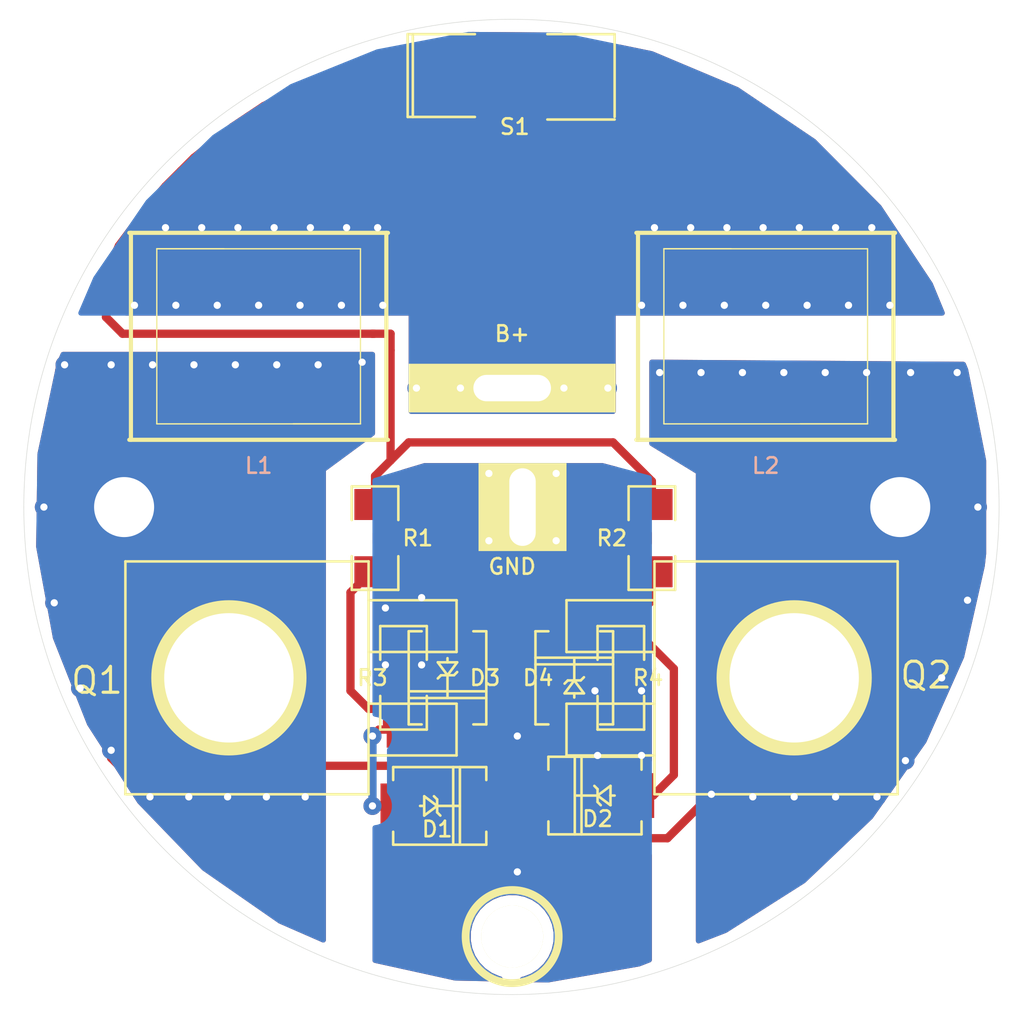
<source format=kicad_pcb>
(kicad_pcb (version 20171130) (host pcbnew "(5.1.12)-1")

  (general
    (thickness 1.6002)
    (drawings 1)
    (tracks 249)
    (zones 0)
    (modules 27)
    (nets 8)
  )

  (page A4)
  (title_block
    (title "ET Driver")
    (rev 9J)
  )

  (layers
    (0 Front signal)
    (31 Back signal)
    (32 B.Adhes user hide)
    (33 F.Adhes user hide)
    (34 B.Paste user hide)
    (35 F.Paste user hide)
    (36 B.SilkS user hide)
    (37 F.SilkS user)
    (38 B.Mask user)
    (39 F.Mask user)
    (40 Dwgs.User user)
    (41 Cmts.User user hide)
    (42 Eco1.User user hide)
    (43 Eco2.User user hide)
    (44 Edge.Cuts user)
  )

  (setup
    (last_trace_width 0.4064)
    (user_trace_width 0.6096)
    (user_trace_width 0.8128)
    (user_trace_width 1.2192)
    (trace_clearance 0.3302)
    (zone_clearance 0.508)
    (zone_45_only no)
    (trace_min 0.3302)
    (via_size 0.889)
    (via_drill 0.3556)
    (via_min_size 0.889)
    (via_min_drill 0.3556)
    (uvia_size 0.508)
    (uvia_drill 0.127)
    (uvias_allowed no)
    (uvia_min_size 0.508)
    (uvia_min_drill 0.127)
    (edge_width 0.254)
    (segment_width 0.254)
    (pcb_text_width 0.3048)
    (pcb_text_size 1.524 2.032)
    (mod_edge_width 0.127)
    (mod_text_size 1.524 1.524)
    (mod_text_width 0.3048)
    (pad_size 1.778 3.048)
    (pad_drill 0)
    (pad_to_mask_clearance 0.254)
    (aux_axis_origin 0 0)
    (visible_elements 7FFFFFFF)
    (pcbplotparams
      (layerselection 0x00030_ffffffff)
      (usegerberextensions true)
      (usegerberattributes true)
      (usegerberadvancedattributes true)
      (creategerberjobfile true)
      (excludeedgelayer true)
      (linewidth 0.150000)
      (plotframeref false)
      (viasonmask false)
      (mode 1)
      (useauxorigin false)
      (hpglpennumber 1)
      (hpglpenspeed 20)
      (hpglpendiameter 15.000000)
      (psnegative false)
      (psa4output false)
      (plotreference true)
      (plotvalue false)
      (plotinvisibletext false)
      (padsonsilk false)
      (subtractmaskfromsilk true)
      (outputformat 1)
      (mirror false)
      (drillshape 0)
      (scaleselection 1)
      (outputdirectory "IH-10/IH10-SL/"))
  )

  (net 0 "")
  (net 1 +BATT)
  (net 2 GND)
  (net 3 N-000002)
  (net 4 N-000004)
  (net 5 N-000005)
  (net 6 N-000006)
  (net 7 N-000007)

  (net_class Default "This is the default net class."
    (clearance 0.3302)
    (trace_width 0.4064)
    (via_dia 0.889)
    (via_drill 0.3556)
    (uvia_dia 0.508)
    (uvia_drill 0.127)
    (add_net +BATT)
    (add_net GND)
    (add_net N-000002)
    (add_net N-000004)
    (add_net N-000005)
    (add_net N-000006)
    (add_net N-000007)
  )

  (module DPAKGDS-TV-SL (layer Front) (tedit 55AE522A) (tstamp 5597B091)
    (at 61.1505 56.388 90)
    (tags "CMS DPACK")
    (path /52DDB130)
    (zone_connect 2)
    (fp_text reference Q1 (at -0.127 -15.748 180) (layer F.SilkS)
      (effects (font (size 1.27 1.27) (thickness 0.1524)))
    )
    (fp_text value MOSFET_N (at 0 -3.302 90) (layer F.SilkS) hide
      (effects (font (size 1.27 1.27) (thickness 0.1524)))
    )
    (fp_line (start 1.27 1.905) (end 1.27 -2.413) (layer F.SilkS) (width 0.127))
    (fp_line (start 3.81 1.905) (end 1.27 1.905) (layer F.SilkS) (width 0.127))
    (fp_line (start 3.81 -2.413) (end 3.81 1.905) (layer F.SilkS) (width 0.127))
    (fp_line (start -3.81 1.905) (end -3.81 -2.413) (layer F.SilkS) (width 0.127))
    (fp_line (start -1.27 1.905) (end -3.81 1.905) (layer F.SilkS) (width 0.127))
    (fp_line (start -1.27 -2.413) (end -1.27 1.905) (layer F.SilkS) (width 0.127))
    (fp_line (start -5.715 -14.351) (end 5.715 -14.351) (layer F.SilkS) (width 0.127))
    (fp_line (start -5.715 -2.413) (end -5.715 -14.351) (layer F.SilkS) (width 0.127))
    (fp_line (start 5.715 -2.413) (end -5.715 -2.413) (layer F.SilkS) (width 0.127))
    (fp_line (start 5.715 -14.351) (end 5.715 -2.413) (layer F.SilkS) (width 0.127))
    (pad D smd rect (at 0 -9.525 90) (size 10.668 8.89) (layers Front F.Paste F.Mask)
      (net 6 N-000006) (zone_connect 2))
    (pad G smd rect (at -2.54 0 90) (size 1.778 3.048) (layers Front F.Paste F.Mask)
      (net 4 N-000004) (zone_connect 2))
    (pad S smd rect (at 2.54 0 90) (size 1.778 3.048) (layers Front F.Paste F.Mask)
      (net 2 GND) (zone_connect 2))
    (pad D thru_hole circle (at 0 -9.271 90) (size 7.62 7.62) (drill 6.35) (layers *.Cu F.SilkS F.Mask)
      (net 6 N-000006) (zone_connect 2))
    (model smd/dpack_3.wrl
      (at (xyz 0 0 0))
      (scale (xyz 1 1 1))
      (rotate (xyz 0 0 0))
    )
  )

  (module SM2112L (layer Front) (tedit 556257A7) (tstamp 555E883C)
    (at 65.7352 26.8224)
    (attr smd)
    (fp_text reference S1 (at 0.1778 2.5146) (layer F.SilkS)
      (effects (font (size 0.762 0.762) (thickness 0.127)))
    )
    (fp_text value Val** (at -0.889 0 90) (layer F.SilkS) hide
      (effects (font (size 0.762 0.762) (thickness 0.1905)))
    )
    (fp_line (start 5.08 2.159) (end 1.778 2.159) (layer F.SilkS) (width 0.127))
    (fp_line (start 5.08 -2.032) (end 5.08 2.032) (layer F.SilkS) (width 0.127))
    (fp_line (start 1.778 -2.032) (end 5.08 -2.032) (layer F.SilkS) (width 0.127))
    (fp_line (start -1.778 -2.032) (end -5.08 -2.032) (layer F.SilkS) (width 0.127))
    (fp_line (start -1.778 2.032) (end -5.08 2.032) (layer F.SilkS) (width 0.127))
    (fp_line (start -4.826 -2.032) (end -4.826 2.032) (layer F.SilkS) (width 0.127))
    (fp_line (start -5.08 -2.032) (end -5.08 2.032) (layer F.SilkS) (width 0.127))
    (pad 2 smd rect (at 3.7084 0.0508) (size 2.032 3.302) (layers Front F.Paste F.Mask)
      (net 1 +BATT) (zone_connect 1))
    (pad 1 smd rect (at -3.4544 0) (size 2.032 3.302) (layers Front F.Paste F.Mask)
      (net 5 N-000005))
    (model smd/chip_cms.wrl
      (at (xyz 0 0 0))
      (scale (xyz 0.3 0.4 0.4))
      (rotate (xyz 0 0 0))
    )
  )

  (module Pad-ThermVia-Gnd (layer Front) (tedit 5597A943) (tstamp 555CEE29)
    (at 65.786 48.006)
    (descr "module 1 pin (ou trou mecanique de percage)")
    (tags DEV)
    (path 1pin)
    (fp_text reference GND (at 0 2.921) (layer F.SilkS)
      (effects (font (size 0.762 0.762) (thickness 0.127)))
    )
    (fp_text value "" (at 0 2.794) (layer F.SilkS) hide
      (effects (font (size 1.016 1.016) (thickness 0.254)))
    )
    (pad 1 thru_hole rect (at 0.508 0) (size 4.318 4.318) (drill oval 1.2954 3.81) (layers *.Cu F.SilkS F.Mask)
      (net 2 GND) (zone_connect 2))
    (pad 1 thru_hole circle (at -1.143 1.651) (size 0.889 0.889) (drill 0.3556) (layers *.Cu F.Mask)
      (net 2 GND) (zone_connect 2))
    (pad 1 thru_hole circle (at -1.143 -1.651) (size 0.889 0.889) (drill 0.3556) (layers *.Cu F.Mask)
      (net 2 GND) (zone_connect 2))
    (pad 1 thru_hole circle (at 2.159 -1.651) (size 0.889 0.889) (drill 0.3556) (layers *.Cu F.Mask)
      (net 2 GND) (zone_connect 2))
    (pad 1 thru_hole circle (at 2.159 1.651) (size 0.889 0.889) (drill 0.3556) (layers *.Cu F.Mask)
      (net 2 GND) (zone_connect 2))
  )

  (module endcap locked (layer Front) (tedit 5586DB5C) (tstamp 555C7DBF)
    (at 65.786 48.006)
    (fp_text reference endcap (at 0 0) (layer F.SilkS) hide
      (effects (font (size 1.5 1.5) (thickness 0.15)))
    )
    (fp_text value VAL** (at 0 0) (layer F.SilkS) hide
      (effects (font (size 1.5 1.5) (thickness 0.15)))
    )
    (pad "" thru_hole circle (at 19.05 0) (size 6.35 6.35) (drill 2.9464) (layers *.Cu *.Mask)
      (net 7 N-000007) (zone_connect 2))
    (pad "" thru_hole circle (at -19.05 0) (size 6.35 6.35) (drill 2.9464) (layers *.Cu *.Mask)
      (net 6 N-000006) (zone_connect 2))
  )

  (module inductor-coilcraft-xal1010-102 (layer Front) (tedit 55625652) (tstamp 5524B50A)
    (at 53.34 39.624 270)
    (descr "SMD INDUCTOR")
    (tags "SMD INDUCTOR")
    (path /52DDAEDB)
    (attr smd)
    (fp_text reference L1 (at 6.35 0) (layer B.SilkS)
      (effects (font (size 0.762 0.762) (thickness 0.127)))
    )
    (fp_text value INDUCTOR (at -1.45796 3.86334 270) (layer B.SilkS) hide
      (effects (font (size 1.27 1.27) (thickness 0.0889)))
    )
    (fp_line (start 5.08 6.26872) (end -5.08 6.26872) (layer F.SilkS) (width 0.2032))
    (fp_line (start 5.08 -6.26872) (end -5.08 -6.26872) (layer F.SilkS) (width 0.2032))
    (fp_line (start 5.08 6.35) (end 5.08 -6.35) (layer F.SilkS) (width 0.2032))
    (fp_line (start -5.08 -6.35) (end -5.08 6.35) (layer F.SilkS) (width 0.2032))
    (fp_line (start -4.29768 4.99872) (end -4.29768 -4.99872) (layer F.SilkS) (width 0.06604))
    (fp_line (start -4.29768 -4.99872) (end 4.29768 -4.99872) (layer F.SilkS) (width 0.06604))
    (fp_line (start 4.29768 4.99872) (end 4.29768 -4.99872) (layer F.SilkS) (width 0.06604))
    (fp_line (start -4.29768 4.99872) (end 4.29768 4.99872) (layer F.SilkS) (width 0.06604))
    (fp_line (start 4.29768 -1.69926) (end 4.29768 -4.99872) (layer F.SilkS) (width 0.06604))
    (fp_line (start -4.29768 4.99872) (end -4.29768 1.69926) (layer F.SilkS) (width 0.06604))
    (pad 1 smd rect (at -3.3274 0 270) (size 2.3876 11.303) (layers Front F.Paste F.Mask)
      (net 1 +BATT))
    (pad 2 smd rect (at 3.3274 0 270) (size 2.3876 11.303) (layers Front F.Paste F.Mask)
      (net 6 N-000006))
  )

  (module via (layer Front) (tedit 55324D26) (tstamp 55324D07)
    (at 72.009 54.61)
    (descr "module 1 pin (ou trou mecanique de percage)")
    (tags DEV)
    (path 1pin)
    (zone_connect 2)
    (fp_text reference "" (at 0 2.54) (layer F.SilkS) hide
      (effects (font (size 1.016 1.016) (thickness 0.254)))
    )
    (fp_text value "" (at 0 2.794) (layer F.SilkS) hide
      (effects (font (size 1.016 1.016) (thickness 0.254)))
    )
  )

  (module via (layer Front) (tedit 55324D10) (tstamp 5520A6B3)
    (at 70.739 54.61)
    (descr "module 1 pin (ou trou mecanique de percage)")
    (tags DEV)
    (path 1pin)
    (zone_connect 2)
    (fp_text reference "" (at 0 2.54) (layer F.SilkS) hide
      (effects (font (size 1.016 1.016) (thickness 0.254)))
    )
    (fp_text value "" (at 0 2.794) (layer F.SilkS) hide
      (effects (font (size 1.016 1.016) (thickness 0.254)))
    )
  )

  (module via (layer Front) (tedit 55324CDF) (tstamp 5520A698)
    (at 72.009 55.626)
    (descr "module 1 pin (ou trou mecanique de percage)")
    (tags DEV)
    (path 1pin)
    (zone_connect 2)
    (fp_text reference "" (at 0 2.54) (layer F.SilkS) hide
      (effects (font (size 1.016 1.016) (thickness 0.254)))
    )
    (fp_text value "" (at 0 2.794) (layer F.SilkS) hide
      (effects (font (size 1.016 1.016) (thickness 0.254)))
    )
  )

  (module via (layer Front) (tedit 55324CD4) (tstamp 5520A6A1)
    (at 70.739 55.626)
    (descr "module 1 pin (ou trou mecanique de percage)")
    (tags DEV)
    (path 1pin)
    (zone_connect 2)
    (fp_text reference "" (at 0 2.54) (layer F.SilkS) hide
      (effects (font (size 1.016 1.016) (thickness 0.254)))
    )
    (fp_text value "" (at 0 2.794) (layer F.SilkS) hide
      (effects (font (size 1.016 1.016) (thickness 0.254)))
    )
  )

  (module via (layer Front) (tedit 55324CAC) (tstamp 5520A6E7)
    (at 60.96 52.07)
    (descr "module 1 pin (ou trou mecanique de percage)")
    (tags DEV)
    (path 1pin)
    (zone_connect 2)
    (fp_text reference "" (at 0 2.54) (layer F.SilkS) hide
      (effects (font (size 1.016 1.016) (thickness 0.254)))
    )
    (fp_text value "" (at 0 2.794) (layer F.SilkS) hide
      (effects (font (size 1.016 1.016) (thickness 0.254)))
    )
  )

  (module via (layer Front) (tedit 55324CBB) (tstamp 551F435C)
    (at 62.23 52.07)
    (descr "module 1 pin (ou trou mecanique de percage)")
    (tags DEV)
    (path 1pin)
    (zone_connect 2)
    (fp_text reference "" (at 0 2.54) (layer F.SilkS) hide
      (effects (font (size 1.016 1.016) (thickness 0.254)))
    )
    (fp_text value "" (at 0 2.794) (layer F.SilkS) hide
      (effects (font (size 1.016 1.016) (thickness 0.254)))
    )
  )

  (module via (layer Front) (tedit 55324CC1) (tstamp 551F4353)
    (at 62.23 53.086)
    (descr "module 1 pin (ou trou mecanique de percage)")
    (tags DEV)
    (path 1pin)
    (zone_connect 2)
    (fp_text reference "" (at 0 2.54) (layer F.SilkS) hide
      (effects (font (size 1.016 1.016) (thickness 0.254)))
    )
    (fp_text value "" (at 0 2.794) (layer F.SilkS) hide
      (effects (font (size 1.016 1.016) (thickness 0.254)))
    )
  )

  (module DO214 (layer Front) (tedit 55959605) (tstamp 52E43FF0)
    (at 62.611 56.388 270)
    (descr "DO214AC PACKAGE. MONODIRECTIONAL.")
    (tags "DO214AC PACKAGE. MONODIRECTIONAL.")
    (path /52DDB1BE)
    (attr smd)
    (fp_text reference D3 (at 0 -1.8415) (layer F.SilkS)
      (effects (font (size 0.762 0.762) (thickness 0.127)))
    )
    (fp_text value ZENER (at 0.254 2.921 270) (layer F.SilkS) hide
      (effects (font (size 1.27 1.27) (thickness 0.0889)))
    )
    (fp_line (start -0.127 0) (end 0.98298 0) (layer F.SilkS) (width 0.127))
    (fp_line (start -0.127 0.3175) (end 0.03048 0.47498) (layer F.SilkS) (width 0.127))
    (fp_line (start -0.127 0) (end -0.127 0.3175) (layer F.SilkS) (width 0.127))
    (fp_line (start -0.127 -0.3175) (end -0.28448 -0.47498) (layer F.SilkS) (width 0.127))
    (fp_line (start -0.127 0) (end -0.127 -0.3175) (layer F.SilkS) (width 0.127))
    (fp_line (start -0.762 0.47498) (end -0.127 0) (layer F.SilkS) (width 0.127))
    (fp_line (start -0.762 0) (end -0.762 0.47498) (layer F.SilkS) (width 0.127))
    (fp_line (start -0.762 -0.47498) (end -0.762 0) (layer F.SilkS) (width 0.127))
    (fp_line (start -0.127 0) (end -0.762 -0.47498) (layer F.SilkS) (width 0.127))
    (fp_line (start -2.286 -1.27) (end -2.286 -1.905) (layer F.SilkS) (width 0.127))
    (fp_line (start 2.286 1.905) (end 2.286 1.27) (layer F.SilkS) (width 0.127))
    (fp_line (start -2.286 1.905) (end 2.286 1.905) (layer F.SilkS) (width 0.127))
    (fp_line (start -2.286 1.27) (end -2.286 1.905) (layer F.SilkS) (width 0.127))
    (fp_line (start 0.9906 1.905) (end 0.9906 -1.905) (layer F.SilkS) (width 0.127))
    (fp_line (start 0.6604 1.905) (end 0.6604 -1.905) (layer F.SilkS) (width 0.127))
    (fp_line (start 2.286 -1.905) (end 2.286 -1.27) (layer F.SilkS) (width 0.127))
    (fp_line (start -2.286 -1.905) (end 2.286 -1.905) (layer F.SilkS) (width 0.127))
    (fp_line (start -0.762 0) (end -0.9652 0) (layer F.SilkS) (width 0.127))
    (pad 1 smd rect (at -2.0066 0 270) (size 1.80086 2.19964) (layers Front F.Paste F.Mask)
      (net 2 GND))
    (pad 2 smd rect (at 2.0066 0 270) (size 1.80086 2.19964) (layers Front F.Paste F.Mask)
      (net 4 N-000004))
    (model smd/do214.wrl
      (at (xyz 0 0 0))
      (scale (xyz 1 1 1))
      (rotate (xyz 0 0 0))
    )
  )

  (module DO214 (layer Front) (tedit 559595F0) (tstamp 5516D487)
    (at 68.834 56.388 90)
    (descr "DO214AC PACKAGE. MONODIRECTIONAL.")
    (tags "DO214AC PACKAGE. MONODIRECTIONAL.")
    (path /52DDB1DC)
    (attr smd)
    (fp_text reference D4 (at 0 -1.778 180) (layer F.SilkS)
      (effects (font (size 0.762 0.762) (thickness 0.127)))
    )
    (fp_text value ZENER (at 0.254 2.921 90) (layer F.SilkS) hide
      (effects (font (size 1.27 1.27) (thickness 0.0889)))
    )
    (fp_line (start -0.127 0) (end 0.98298 0) (layer F.SilkS) (width 0.127))
    (fp_line (start -0.127 0.3175) (end 0.03048 0.47498) (layer F.SilkS) (width 0.127))
    (fp_line (start -0.127 0) (end -0.127 0.3175) (layer F.SilkS) (width 0.127))
    (fp_line (start -0.127 -0.3175) (end -0.28448 -0.47498) (layer F.SilkS) (width 0.127))
    (fp_line (start -0.127 0) (end -0.127 -0.3175) (layer F.SilkS) (width 0.127))
    (fp_line (start -0.762 0.47498) (end -0.127 0) (layer F.SilkS) (width 0.127))
    (fp_line (start -0.762 0) (end -0.762 0.47498) (layer F.SilkS) (width 0.127))
    (fp_line (start -0.762 -0.47498) (end -0.762 0) (layer F.SilkS) (width 0.127))
    (fp_line (start -0.127 0) (end -0.762 -0.47498) (layer F.SilkS) (width 0.127))
    (fp_line (start -2.286 -1.27) (end -2.286 -1.905) (layer F.SilkS) (width 0.127))
    (fp_line (start 2.286 1.905) (end 2.286 1.27) (layer F.SilkS) (width 0.127))
    (fp_line (start -2.286 1.905) (end 2.286 1.905) (layer F.SilkS) (width 0.127))
    (fp_line (start -2.286 1.27) (end -2.286 1.905) (layer F.SilkS) (width 0.127))
    (fp_line (start 0.9906 1.905) (end 0.9906 -1.905) (layer F.SilkS) (width 0.127))
    (fp_line (start 0.6604 1.905) (end 0.6604 -1.905) (layer F.SilkS) (width 0.127))
    (fp_line (start 2.286 -1.905) (end 2.286 -1.27) (layer F.SilkS) (width 0.127))
    (fp_line (start -2.286 -1.905) (end 2.286 -1.905) (layer F.SilkS) (width 0.127))
    (fp_line (start -0.762 0) (end -0.9652 0) (layer F.SilkS) (width 0.127))
    (pad 1 smd rect (at -2.0066 0 90) (size 1.80086 2.19964) (layers Front F.Paste F.Mask)
      (net 2 GND))
    (pad 2 smd rect (at 2.0066 0 90) (size 1.80086 2.19964) (layers Front F.Paste F.Mask)
      (net 3 N-000002))
    (model smd/do214.wrl
      (at (xyz 0 0 0))
      (scale (xyz 1 1 1))
      (rotate (xyz 0 0 0))
    )
  )

  (module SM1206 (layer Front) (tedit 559595B2) (tstamp 52AB74E6)
    (at 72.644 49.53 270)
    (path /52DDB78E)
    (attr smd)
    (fp_text reference R2 (at 0 1.9685) (layer F.SilkS)
      (effects (font (size 0.762 0.762) (thickness 0.127)))
    )
    (fp_text value 270 (at 0 0 270) (layer F.SilkS) hide
      (effects (font (size 0.762 0.762) (thickness 0.127)))
    )
    (fp_line (start -0.889 -1.143) (end -2.54 -1.143) (layer F.SilkS) (width 0.127))
    (fp_line (start 2.54 1.143) (end 0.889 1.143) (layer F.SilkS) (width 0.127))
    (fp_line (start 2.54 -1.143) (end 2.54 1.143) (layer F.SilkS) (width 0.127))
    (fp_line (start 0.889 -1.143) (end 2.54 -1.143) (layer F.SilkS) (width 0.127))
    (fp_line (start -2.54 1.143) (end -0.889 1.143) (layer F.SilkS) (width 0.127))
    (fp_line (start -2.54 -1.143) (end -2.54 1.143) (layer F.SilkS) (width 0.127))
    (pad 1 smd rect (at -1.651 0 270) (size 1.524 2.032) (layers Front F.Paste F.Mask)
      (net 5 N-000005))
    (pad 2 smd rect (at 1.651 0 270) (size 1.524 2.032) (layers Front F.Paste F.Mask)
      (net 3 N-000002))
    (model smd/chip_cms.wrl
      (at (xyz 0 0 0))
      (scale (xyz 0.17 0.16 0.16))
      (rotate (xyz 0 0 0))
    )
  )

  (module DO214 (layer Front) (tedit 556255AB) (tstamp 52E43ECD)
    (at 69.85 62.1665 180)
    (descr "DO214AC PACKAGE. MONODIRECTIONAL.")
    (tags "DO214AC PACKAGE. MONODIRECTIONAL.")
    (path /52DDB383)
    (attr smd)
    (fp_text reference D2 (at -0.127 -1.143 180) (layer F.SilkS)
      (effects (font (size 0.762 0.762) (thickness 0.127)))
    )
    (fp_text value DIODE (at 0.254 2.921 180) (layer F.SilkS) hide
      (effects (font (size 1.27 1.27) (thickness 0.0889)))
    )
    (fp_line (start -0.127 0) (end 0.98298 0) (layer F.SilkS) (width 0.127))
    (fp_line (start -0.127 0.3175) (end 0.03048 0.47498) (layer F.SilkS) (width 0.127))
    (fp_line (start -0.127 0) (end -0.127 0.3175) (layer F.SilkS) (width 0.127))
    (fp_line (start -0.127 -0.3175) (end -0.28448 -0.47498) (layer F.SilkS) (width 0.127))
    (fp_line (start -0.127 0) (end -0.127 -0.3175) (layer F.SilkS) (width 0.127))
    (fp_line (start -0.762 0.47498) (end -0.127 0) (layer F.SilkS) (width 0.127))
    (fp_line (start -0.762 0) (end -0.762 0.47498) (layer F.SilkS) (width 0.127))
    (fp_line (start -0.762 -0.47498) (end -0.762 0) (layer F.SilkS) (width 0.127))
    (fp_line (start -0.127 0) (end -0.762 -0.47498) (layer F.SilkS) (width 0.127))
    (fp_line (start -2.286 -1.27) (end -2.286 -1.905) (layer F.SilkS) (width 0.127))
    (fp_line (start 2.286 1.905) (end 2.286 1.27) (layer F.SilkS) (width 0.127))
    (fp_line (start -2.286 1.905) (end 2.286 1.905) (layer F.SilkS) (width 0.127))
    (fp_line (start -2.286 1.27) (end -2.286 1.905) (layer F.SilkS) (width 0.127))
    (fp_line (start 0.9906 1.905) (end 0.9906 -1.905) (layer F.SilkS) (width 0.127))
    (fp_line (start 0.6604 1.905) (end 0.6604 -1.905) (layer F.SilkS) (width 0.127))
    (fp_line (start 2.286 -1.905) (end 2.286 -1.27) (layer F.SilkS) (width 0.127))
    (fp_line (start -2.286 -1.905) (end 2.286 -1.905) (layer F.SilkS) (width 0.127))
    (fp_line (start -0.762 0) (end -0.9652 0) (layer F.SilkS) (width 0.127))
    (pad 1 smd rect (at -2.0066 0 180) (size 1.80086 2.19964) (layers Front F.Paste F.Mask)
      (net 3 N-000002))
    (pad 2 smd rect (at 2.0066 0 180) (size 1.80086 2.19964) (layers Front F.Paste F.Mask)
      (net 6 N-000006))
    (model smd/do214.wrl
      (at (xyz 0 0 0))
      (scale (xyz 1 1 1))
      (rotate (xyz 0 0 0))
    )
  )

  (module DO214 (layer Front) (tedit 5562555C) (tstamp 52AB7D18)
    (at 62.23 62.6745)
    (descr "DO214AC PACKAGE. MONODIRECTIONAL.")
    (tags "DO214AC PACKAGE. MONODIRECTIONAL.")
    (path /52DDB301)
    (attr smd)
    (fp_text reference D1 (at -0.127 1.143) (layer F.SilkS)
      (effects (font (size 0.762 0.762) (thickness 0.127)))
    )
    (fp_text value DIODE (at 0.254 2.921) (layer F.SilkS) hide
      (effects (font (size 1.27 1.27) (thickness 0.0889)))
    )
    (fp_line (start -0.127 0) (end 0.98298 0) (layer F.SilkS) (width 0.127))
    (fp_line (start -0.127 0.3175) (end 0.03048 0.47498) (layer F.SilkS) (width 0.127))
    (fp_line (start -0.127 0) (end -0.127 0.3175) (layer F.SilkS) (width 0.127))
    (fp_line (start -0.127 -0.3175) (end -0.28448 -0.47498) (layer F.SilkS) (width 0.127))
    (fp_line (start -0.127 0) (end -0.127 -0.3175) (layer F.SilkS) (width 0.127))
    (fp_line (start -0.762 0.47498) (end -0.127 0) (layer F.SilkS) (width 0.127))
    (fp_line (start -0.762 0) (end -0.762 0.47498) (layer F.SilkS) (width 0.127))
    (fp_line (start -0.762 -0.47498) (end -0.762 0) (layer F.SilkS) (width 0.127))
    (fp_line (start -0.127 0) (end -0.762 -0.47498) (layer F.SilkS) (width 0.127))
    (fp_line (start -2.286 -1.27) (end -2.286 -1.905) (layer F.SilkS) (width 0.127))
    (fp_line (start 2.286 1.905) (end 2.286 1.27) (layer F.SilkS) (width 0.127))
    (fp_line (start -2.286 1.905) (end 2.286 1.905) (layer F.SilkS) (width 0.127))
    (fp_line (start -2.286 1.27) (end -2.286 1.905) (layer F.SilkS) (width 0.127))
    (fp_line (start 0.9906 1.905) (end 0.9906 -1.905) (layer F.SilkS) (width 0.127))
    (fp_line (start 0.6604 1.905) (end 0.6604 -1.905) (layer F.SilkS) (width 0.127))
    (fp_line (start 2.286 -1.905) (end 2.286 -1.27) (layer F.SilkS) (width 0.127))
    (fp_line (start -2.286 -1.905) (end 2.286 -1.905) (layer F.SilkS) (width 0.127))
    (fp_line (start -0.762 0) (end -0.9652 0) (layer F.SilkS) (width 0.127))
    (pad 1 smd rect (at -2.0066 0) (size 1.80086 2.19964) (layers Front F.Paste F.Mask)
      (net 4 N-000004))
    (pad 2 smd rect (at 2.0066 0) (size 1.80086 2.19964) (layers Front F.Paste F.Mask)
      (net 7 N-000007))
    (model smd/do214.wrl
      (at (xyz 0 0 0))
      (scale (xyz 1 1 1))
      (rotate (xyz 0 0 0))
    )
  )

  (module SM1206 (layer Front) (tedit 55959627) (tstamp 531E1973)
    (at 60.452 56.388 90)
    (path /531E1DC6)
    (attr smd)
    (fp_text reference R3 (at 0 -1.524 180) (layer F.SilkS)
      (effects (font (size 0.762 0.762) (thickness 0.127)))
    )
    (fp_text value 10K (at 0 0 90) (layer F.SilkS) hide
      (effects (font (size 0.762 0.762) (thickness 0.127)))
    )
    (fp_line (start -0.889 -1.143) (end -2.54 -1.143) (layer F.SilkS) (width 0.127))
    (fp_line (start 2.54 1.143) (end 0.889 1.143) (layer F.SilkS) (width 0.127))
    (fp_line (start 2.54 -1.143) (end 2.54 1.143) (layer F.SilkS) (width 0.127))
    (fp_line (start 0.889 -1.143) (end 2.54 -1.143) (layer F.SilkS) (width 0.127))
    (fp_line (start -2.54 1.143) (end -0.889 1.143) (layer F.SilkS) (width 0.127))
    (fp_line (start -2.54 -1.143) (end -2.54 1.143) (layer F.SilkS) (width 0.127))
    (pad 1 smd rect (at -1.651 0 90) (size 1.524 2.032) (layers Front F.Paste F.Mask)
      (net 4 N-000004))
    (pad 2 smd rect (at 1.651 0 90) (size 1.524 2.032) (layers Front F.Paste F.Mask)
      (net 2 GND))
    (model smd/chip_cms.wrl
      (at (xyz 0 0 0))
      (scale (xyz 0.17 0.16 0.16))
      (rotate (xyz 0 0 0))
    )
  )

  (module SM1206 (layer Front) (tedit 55959640) (tstamp 531E1CCB)
    (at 71.12 56.388 270)
    (path /531E1DD4)
    (attr smd)
    (fp_text reference R4 (at 0 -1.3335) (layer F.SilkS)
      (effects (font (size 0.762 0.762) (thickness 0.127)))
    )
    (fp_text value 10K (at 0 0 270) (layer F.SilkS) hide
      (effects (font (size 0.762 0.762) (thickness 0.127)))
    )
    (fp_line (start -0.889 -1.143) (end -2.54 -1.143) (layer F.SilkS) (width 0.127))
    (fp_line (start 2.54 1.143) (end 0.889 1.143) (layer F.SilkS) (width 0.127))
    (fp_line (start 2.54 -1.143) (end 2.54 1.143) (layer F.SilkS) (width 0.127))
    (fp_line (start 0.889 -1.143) (end 2.54 -1.143) (layer F.SilkS) (width 0.127))
    (fp_line (start -2.54 1.143) (end -0.889 1.143) (layer F.SilkS) (width 0.127))
    (fp_line (start -2.54 -1.143) (end -2.54 1.143) (layer F.SilkS) (width 0.127))
    (pad 1 smd rect (at -1.651 0 270) (size 1.524 2.032) (layers Front F.Paste F.Mask)
      (net 3 N-000002))
    (pad 2 smd rect (at 1.651 0 270) (size 1.524 2.032) (layers Front F.Paste F.Mask)
      (net 2 GND))
    (model smd/chip_cms.wrl
      (at (xyz 0 0 0))
      (scale (xyz 0.17 0.16 0.16))
      (rotate (xyz 0 0 0))
    )
  )

  (module SM1206 (layer Front) (tedit 55959597) (tstamp 5388EA5B)
    (at 59.055 49.53 270)
    (path /52DDB77B)
    (attr smd)
    (fp_text reference R1 (at 0 -2.0955) (layer F.SilkS)
      (effects (font (size 0.762 0.762) (thickness 0.127)))
    )
    (fp_text value 270 (at 0 0 270) (layer F.SilkS) hide
      (effects (font (size 0.762 0.762) (thickness 0.127)))
    )
    (fp_line (start -0.889 -1.143) (end -2.54 -1.143) (layer F.SilkS) (width 0.127))
    (fp_line (start 2.54 1.143) (end 0.889 1.143) (layer F.SilkS) (width 0.127))
    (fp_line (start 2.54 -1.143) (end 2.54 1.143) (layer F.SilkS) (width 0.127))
    (fp_line (start 0.889 -1.143) (end 2.54 -1.143) (layer F.SilkS) (width 0.127))
    (fp_line (start -2.54 1.143) (end -0.889 1.143) (layer F.SilkS) (width 0.127))
    (fp_line (start -2.54 -1.143) (end -2.54 1.143) (layer F.SilkS) (width 0.127))
    (pad 1 smd rect (at -1.651 0 270) (size 1.524 2.032) (layers Front F.Paste F.Mask)
      (net 5 N-000005))
    (pad 2 smd rect (at 1.651 0 270) (size 1.524 2.032) (layers Front F.Paste F.Mask)
      (net 4 N-000004))
    (model smd/chip_cms.wrl
      (at (xyz 0 0 0))
      (scale (xyz 0.17 0.16 0.16))
      (rotate (xyz 0 0 0))
    )
  )

  (module via (layer Front) (tedit 55324CCB) (tstamp 5518EDB0)
    (at 59.944 55.372)
    (descr "module 1 pin (ou trou mecanique de percage)")
    (tags DEV)
    (path 1pin)
    (zone_connect 2)
    (fp_text reference "" (at 0 2.54) (layer F.SilkS) hide
      (effects (font (size 1.016 1.016) (thickness 0.254)))
    )
    (fp_text value "" (at 0 2.794) (layer F.SilkS) hide
      (effects (font (size 1.016 1.016) (thickness 0.254)))
    )
  )

  (module via (layer Front) (tedit 552459C5) (tstamp 5518EDC2)
    (at 67.564 61.468)
    (descr "module 1 pin (ou trou mecanique de percage)")
    (tags DEV)
    (path 1pin)
    (zone_connect 2)
    (fp_text reference "" (at 0 2.54) (layer F.SilkS) hide
      (effects (font (size 1.016 1.016) (thickness 0.254)))
    )
    (fp_text value "" (at 0 2.794) (layer F.SilkS) hide
      (effects (font (size 1.016 1.016) (thickness 0.254)))
    )
  )

  (module via (layer Front) (tedit 552459D2) (tstamp 5518EDCB)
    (at 71.882 56.388)
    (descr "module 1 pin (ou trou mecanique de percage)")
    (tags DEV)
    (path 1pin)
    (zone_connect 2)
    (fp_text reference "" (at 0 2.54) (layer F.SilkS) hide
      (effects (font (size 1.016 1.016) (thickness 0.254)))
    )
    (fp_text value "" (at 0 2.794) (layer F.SilkS) hide
      (effects (font (size 1.016 1.016) (thickness 0.254)))
    )
  )

  (module inductor-coilcraft-xal1010-102 (layer Front) (tedit 556256AD) (tstamp 5521D631)
    (at 78.232 39.624 270)
    (descr "SMD INDUCTOR")
    (tags "SMD INDUCTOR")
    (path /52DDAEDB)
    (attr smd)
    (fp_text reference L2 (at 6.35 0) (layer B.SilkS)
      (effects (font (size 0.762 0.762) (thickness 0.127)))
    )
    (fp_text value INDUCTOR (at -1.45796 3.86334 270) (layer B.SilkS) hide
      (effects (font (size 1.27 1.27) (thickness 0.0889)))
    )
    (fp_line (start 5.08 6.26872) (end -5.08 6.26872) (layer F.SilkS) (width 0.2032))
    (fp_line (start 5.08 -6.26872) (end -5.08 -6.26872) (layer F.SilkS) (width 0.2032))
    (fp_line (start 5.08 6.35) (end 5.08 -6.35) (layer F.SilkS) (width 0.2032))
    (fp_line (start -5.08 -6.35) (end -5.08 6.35) (layer F.SilkS) (width 0.2032))
    (fp_line (start -4.29768 4.99872) (end -4.29768 -4.99872) (layer F.SilkS) (width 0.06604))
    (fp_line (start -4.29768 -4.99872) (end 4.29768 -4.99872) (layer F.SilkS) (width 0.06604))
    (fp_line (start 4.29768 4.99872) (end 4.29768 -4.99872) (layer F.SilkS) (width 0.06604))
    (fp_line (start -4.29768 4.99872) (end 4.29768 4.99872) (layer F.SilkS) (width 0.06604))
    (fp_line (start 4.29768 -1.69926) (end 4.29768 -4.99872) (layer F.SilkS) (width 0.06604))
    (fp_line (start -4.29768 4.99872) (end -4.29768 1.69926) (layer F.SilkS) (width 0.06604))
    (pad 1 smd rect (at -3.3274 0 270) (size 2.3876 11.303) (layers Front F.Paste F.Mask)
      (net 1 +BATT))
    (pad 2 smd rect (at 3.3274 0 270) (size 2.3876 11.303) (layers Front F.Paste F.Mask)
      (net 7 N-000007))
  )

  (module Pad-ThermVia (layer Front) (tedit 5597A926) (tstamp 555C7C52)
    (at 65.786 42.164)
    (descr "module 1 pin (ou trou mecanique de percage)")
    (tags DEV)
    (path 1pin)
    (fp_text reference B+ (at 0 -2.667) (layer F.SilkS)
      (effects (font (size 0.762 0.762) (thickness 0.127)))
    )
    (fp_text value "" (at 0 2.794) (layer F.SilkS) hide
      (effects (font (size 1.016 1.016) (thickness 0.254)))
    )
    (pad 1 thru_hole rect (at 0 0) (size 10.16 2.3876) (drill oval 3.81 1.2954) (layers *.Cu F.SilkS F.Mask)
      (net 1 +BATT) (zone_connect 2))
    (pad 1 thru_hole circle (at -2.54 0) (size 0.889 0.889) (drill 0.3556) (layers *.Cu F.Mask)
      (net 1 +BATT) (zone_connect 2))
    (pad 1 thru_hole circle (at -4.699 0) (size 0.889 0.889) (drill 0.3556) (layers *.Cu F.Mask)
      (net 1 +BATT) (zone_connect 2))
    (pad 1 thru_hole circle (at 2.54 0) (size 0.889 0.889) (drill 0.3556) (layers *.Cu F.Mask)
      (net 1 +BATT) (zone_connect 2))
    (pad 1 thru_hole circle (at 4.699 0) (size 0.889 0.889) (drill 0.3556) (layers *.Cu F.Mask)
      (net 1 +BATT) (zone_connect 2))
  )

  (module 1pin (layer Front) (tedit 5595B402) (tstamp 55874155)
    (at 65.786 69.088)
    (descr "module 1 pin (ou trou mecanique de percage)")
    (tags DEV)
    (path 1pin)
    (zone_connect 0)
    (fp_text reference mount (at 0 -3.048) (layer F.SilkS) hide
      (effects (font (size 1.016 1.016) (thickness 0.254)))
    )
    (fp_text value P*** (at 0 2.794) (layer F.SilkS) hide
      (effects (font (size 1.016 1.016) (thickness 0.254)))
    )
    (fp_circle (center 0 0) (end 0 -2.286) (layer F.SilkS) (width 0.381))
    (pad "" np_thru_hole circle (at 0 0) (size 3.048 3.048) (drill 3.048) (layers *.Cu *.Mask F.SilkS)
      (zone_connect 0))
  )

  (module DPAKGDS-TV-SL-Q1 (layer Front) (tedit 55AE53E7) (tstamp 55AEAF38)
    (at 70.358 56.388 270)
    (tags "CMS DPACK")
    (path /52DDB130)
    (zone_connect 2)
    (fp_text reference Q2 (at -0.127 -15.748) (layer F.SilkS)
      (effects (font (size 1.27 1.27) (thickness 0.1524)))
    )
    (fp_text value MOSFET_N (at 0 -3.302 270) (layer F.SilkS) hide
      (effects (font (size 1.27 1.27) (thickness 0.1524)))
    )
    (fp_line (start 1.27 1.905) (end 1.27 -2.413) (layer F.SilkS) (width 0.127))
    (fp_line (start 3.81 1.905) (end 1.27 1.905) (layer F.SilkS) (width 0.127))
    (fp_line (start 3.81 -2.413) (end 3.81 1.905) (layer F.SilkS) (width 0.127))
    (fp_line (start -3.81 1.905) (end -3.81 -2.413) (layer F.SilkS) (width 0.127))
    (fp_line (start -1.27 1.905) (end -3.81 1.905) (layer F.SilkS) (width 0.127))
    (fp_line (start -1.27 -2.413) (end -1.27 1.905) (layer F.SilkS) (width 0.127))
    (fp_line (start -5.715 -14.351) (end 5.715 -14.351) (layer F.SilkS) (width 0.127))
    (fp_line (start -5.715 -2.413) (end -5.715 -14.351) (layer F.SilkS) (width 0.127))
    (fp_line (start 5.715 -2.413) (end -5.715 -2.413) (layer F.SilkS) (width 0.127))
    (fp_line (start 5.715 -14.351) (end 5.715 -2.413) (layer F.SilkS) (width 0.127))
    (pad D smd rect (at 0 -9.525 270) (size 10.668 8.89) (layers Front F.Paste F.Mask)
      (net 7 N-000007) (zone_connect 2))
    (pad G smd rect (at -2.54 0 270) (size 1.778 3.048) (layers Front F.Paste F.Mask)
      (net 3 N-000002) (zone_connect 2))
    (pad S smd rect (at 2.54 0 270) (size 1.778 3.048) (layers Front F.Paste F.Mask)
      (net 2 GND) (zone_connect 2))
    (pad D thru_hole circle (at 0 -9.271 270) (size 7.62 7.62) (drill 6.35) (layers *.Cu F.SilkS F.Mask)
      (net 7 N-000007) (zone_connect 2))
    (model smd/dpack_3.wrl
      (at (xyz 0 0 0))
      (scale (xyz 1 1 1))
      (rotate (xyz 0 0 0))
    )
  )

  (gr_circle (center 65.75044 47.99838) (end 89.49944 50.99812) (layer Edge.Cuts) (width 0.0254))

  (via (at 66.04 59.2455) (size 0.889) (layers Front Back) (net 2))
  (via (at 66.04 65.913) (size 0.889) (layers Front Back) (net 2))
  (segment (start 66.04 59.2455) (end 66.04 65.913) (width 0.4064) (layer Back) (net 2) (tstamp 559657EC))
  (via (at 72.771 34.29) (size 0.889) (layers Front Back) (net 1))
  (segment (start 72.771 34.29) (end 74.549 34.29) (width 0.4064) (layer Back) (net 1) (tstamp 5521D79C))
  (via (at 74.549 34.29) (size 0.889) (layers Front Back) (net 1))
  (segment (start 76.327 34.29) (end 74.549 34.29) (width 0.4064) (layer Front) (net 1) (tstamp 5521D799))
  (via (at 76.327 34.29) (size 0.889) (layers Front Back) (net 1))
  (segment (start 78.105 34.29) (end 76.327 34.29) (width 0.4064) (layer Back) (net 1) (tstamp 5521D796))
  (via (at 78.105 34.29) (size 0.889) (layers Front Back) (net 1))
  (segment (start 79.883 34.29) (end 78.105 34.29) (width 0.4064) (layer Front) (net 1) (tstamp 5521D793))
  (via (at 79.883 34.29) (size 0.889) (layers Front Back) (net 1))
  (segment (start 81.661 34.29) (end 79.883 34.29) (width 0.4064) (layer Back) (net 1) (tstamp 5521D790))
  (via (at 81.661 34.29) (size 0.889) (layers Front Back) (net 1))
  (segment (start 83.439 34.29) (end 81.661 34.29) (width 0.4064) (layer Front) (net 1) (tstamp 5521D78D))
  (via (at 83.439 34.29) (size 0.889) (layers Front Back) (net 1))
  (via (at 59.182 34.29) (size 0.889) (layers Front Back) (net 1))
  (segment (start 59.182 34.29) (end 57.658 34.29) (width 0.4064) (layer Back) (net 1) (tstamp 5521D76F))
  (via (at 57.658 34.29) (size 0.889) (layers Front Back) (net 1))
  (segment (start 55.88 34.29) (end 57.658 34.29) (width 0.4064) (layer Front) (net 1) (tstamp 5521D76C))
  (via (at 55.88 34.29) (size 0.889) (layers Front Back) (net 1))
  (segment (start 54.102 34.29) (end 55.88 34.29) (width 0.4064) (layer Back) (net 1) (tstamp 5521D769))
  (via (at 54.102 34.29) (size 0.889) (layers Front Back) (net 1))
  (segment (start 52.324 34.29) (end 54.102 34.29) (width 0.4064) (layer Front) (net 1) (tstamp 5521D766))
  (via (at 52.324 34.29) (size 0.889) (layers Front Back) (net 1))
  (segment (start 50.546 34.29) (end 52.324 34.29) (width 0.4064) (layer Back) (net 1) (tstamp 5521D763))
  (via (at 50.546 34.29) (size 0.889) (layers Front Back) (net 1))
  (segment (start 48.768 34.29) (end 50.546 34.29) (width 0.4064) (layer Front) (net 1) (tstamp 5521D760))
  (via (at 48.768 34.29) (size 0.889) (layers Front Back) (net 1))
  (segment (start 53.34 36.2966) (end 53.34 35.052) (width 0.4064) (layer Front) (net 1))
  (segment (start 53.34 35.052) (end 54.102 34.29) (width 0.4064) (layer Front) (net 1) (tstamp 55625BF9))
  (segment (start 78.232 36.2966) (end 78.232 34.417) (width 0.4064) (layer Front) (net 1))
  (segment (start 78.232 34.417) (end 78.105 34.29) (width 0.4064) (layer Front) (net 1) (tstamp 55625BC6))
  (segment (start 78.232 38.1) (end 78.232 36.2966) (width 0.4064) (layer Front) (net 1))
  (segment (start 53.34 38.1) (end 53.34 36.2966) (width 0.4064) (layer Front) (net 1))
  (via (at 72.136 38.1) (size 0.889) (layers Front Back) (net 1))
  (via (at 84.328 38.1) (size 0.889) (layers Front Back) (net 1))
  (segment (start 84.328 38.1) (end 82.296 38.1) (width 0.4064) (layer Front) (net 1) (tstamp 5521D784))
  (via (at 82.296 38.1) (size 0.889) (layers Front Back) (net 1))
  (segment (start 80.264 38.1) (end 82.296 38.1) (width 0.4064) (layer Back) (net 1) (tstamp 5521D781))
  (via (at 80.264 38.1) (size 0.889) (layers Front Back) (net 1))
  (segment (start 78.232 38.1) (end 80.264 38.1) (width 0.4064) (layer Front) (net 1) (tstamp 5521D77E))
  (via (at 78.232 38.1) (size 0.889) (layers Front Back) (net 1))
  (segment (start 76.2 38.1) (end 78.232 38.1) (width 0.4064) (layer Back) (net 1) (tstamp 5521D77B))
  (via (at 76.2 38.1) (size 0.889) (layers Front Back) (net 1))
  (segment (start 74.168 38.1) (end 76.2 38.1) (width 0.4064) (layer Front) (net 1) (tstamp 5521D778))
  (via (at 74.168 38.1) (size 0.889) (layers Front Back) (net 1))
  (segment (start 74.168 38.1) (end 72.136 38.1) (width 0.4064) (layer Back) (net 1) (tstamp 5521D775))
  (via (at 47.244 38.1) (size 0.889) (layers Front Back) (net 1))
  (via (at 59.436 38.1) (size 0.889) (layers Front Back) (net 1))
  (segment (start 59.436 38.1) (end 57.404 38.1) (width 0.4064) (layer Back) (net 1) (tstamp 5521D742))
  (via (at 57.404 38.1) (size 0.889) (layers Front Back) (net 1))
  (segment (start 55.372 38.1) (end 57.404 38.1) (width 0.4064) (layer Front) (net 1) (tstamp 5521D73F))
  (via (at 55.372 38.1) (size 0.889) (layers Front Back) (net 1))
  (segment (start 53.34 38.1) (end 55.372 38.1) (width 0.4064) (layer Back) (net 1) (tstamp 5521D73C))
  (via (at 53.34 38.1) (size 0.889) (layers Front Back) (net 1))
  (segment (start 51.308 38.1) (end 53.34 38.1) (width 0.4064) (layer Front) (net 1) (tstamp 5521D739))
  (via (at 51.308 38.1) (size 0.889) (layers Front Back) (net 1))
  (segment (start 49.276 38.1) (end 51.308 38.1) (width 0.4064) (layer Back) (net 1) (tstamp 5521D736))
  (via (at 49.276 38.1) (size 0.889) (layers Front Back) (net 1))
  (segment (start 49.276 38.1) (end 47.244 38.1) (width 0.4064) (layer Front) (net 1) (tstamp 5521D733))
  (segment (start 59.563 52.959) (end 59.563 55.753) (width 0.4064) (layer Front) (net 2))
  (segment (start 60.198 53.594) (end 60.198 53.848) (width 0.4064) (layer Front) (net 2))
  (via (at 59.563 55.753) (size 0.889) (layers Front Back) (net 2))
  (segment (start 61.341 55.753) (end 59.563 55.753) (width 0.4064) (layer Front) (net 2) (tstamp 55622568))
  (via (at 61.341 55.753) (size 0.889) (layers Front Back) (net 2))
  (segment (start 61.341 52.451) (end 61.341 55.753) (width 0.4064) (layer Back) (net 2) (tstamp 55622561))
  (via (at 61.341 52.451) (size 0.889) (layers Front Back) (net 2))
  (segment (start 60.198 53.594) (end 61.341 52.451) (width 0.4064) (layer Front) (net 2) (tstamp 5562254E))
  (via (at 59.563 52.959) (size 0.889) (layers Front Back) (net 2))
  (segment (start 71.12 58.928) (end 71.12 59.055) (width 0.4064) (layer Front) (net 2))
  (via (at 69.85 57.023) (size 0.889) (layers Front Back) (net 2))
  (segment (start 72.136 57.023) (end 69.85 57.023) (width 0.4064) (layer Back) (net 2) (tstamp 556225E2))
  (via (at 72.136 57.023) (size 0.889) (layers Front Back) (net 2))
  (segment (start 72.136 60.198) (end 72.136 57.023) (width 0.4064) (layer Front) (net 2) (tstamp 556225C1))
  (via (at 72.136 60.198) (size 0.889) (layers Front Back) (net 2))
  (segment (start 69.977 60.198) (end 72.136 60.198) (width 0.4064) (layer Back) (net 2) (tstamp 556225B2))
  (via (at 69.977 60.198) (size 0.889) (layers Front Back) (net 2))
  (segment (start 71.12 59.055) (end 69.977 60.198) (width 0.4064) (layer Front) (net 2) (tstamp 5562259D))
  (segment (start 71.8566 62.1665) (end 72.7075 62.1665) (width 0.4064) (layer Front) (net 3))
  (segment (start 72.7075 62.1665) (end 73.7235 61.1505) (width 0.4064) (layer Front) (net 3) (tstamp 5595D7CD))
  (segment (start 72.517 52.578) (end 72.517 51.2445) (width 0.6096) (layer Front) (net 3) (tstamp 55970843))
  (segment (start 72.517 51.2445) (end 72.644 51.181) (width 0.6096) (layer Front) (net 3) (tstamp 55970845))
  (segment (start 71.12 53.848) (end 69.4944 53.848) (width 0.8128) (layer Front) (net 3))
  (segment (start 69.4944 53.848) (end 68.961 54.3814) (width 0.8128) (layer Front) (net 3) (tstamp 5562209D))
  (segment (start 69.4944 53.848) (end 68.961 54.3814) (width 0.4064) (layer Front) (net 3) (tstamp 555CA54A))
  (segment (start 71.247 54.61) (end 70.358 53.848) (width 0.4064) (layer Front) (net 3) (tstamp 5595D804))
  (segment (start 72.39 54.61) (end 71.247 54.61) (width 0.4064) (layer Front) (net 3) (tstamp 5595D7FE))
  (segment (start 73.7235 55.9435) (end 72.39 54.61) (width 0.4064) (layer Front) (net 3) (tstamp 5595D7EF))
  (segment (start 73.7235 61.1505) (end 73.7235 55.9435) (width 0.4064) (layer Front) (net 3) (tstamp 5595D7D6))
  (segment (start 70.358 53.848) (end 70.358 53.721) (width 0.6096) (layer Front) (net 3))
  (segment (start 70.358 53.721) (end 71.374 54.737) (width 0.6096) (layer Front) (net 3) (tstamp 55970840))
  (segment (start 71.374 54.737) (end 71.374 53.721) (width 0.6096) (layer Front) (net 3) (tstamp 55970841))
  (segment (start 71.374 53.721) (end 72.517 52.578) (width 0.6096) (layer Front) (net 3) (tstamp 55970842))
  (segment (start 71.374 54.737) (end 71.12 53.848) (width 0.4064) (layer Front) (net 3) (tstamp 5562202C))
  (segment (start 59.055 51.181) (end 58.8645 51.181) (width 0.4064) (layer Front) (net 4))
  (segment (start 60.706 57.912) (end 60.452 58.039) (width 0.4064) (layer Front) (net 4) (tstamp 5595D9E6))
  (segment (start 58.7375 57.912) (end 60.706 57.912) (width 0.4064) (layer Front) (net 4) (tstamp 5595D9BF))
  (segment (start 57.8485 57.023) (end 58.7375 57.912) (width 0.4064) (layer Front) (net 4) (tstamp 5595D8BE))
  (segment (start 57.8485 52.197) (end 57.8485 57.023) (width 0.4064) (layer Front) (net 4) (tstamp 5595D859))
  (segment (start 58.8645 51.181) (end 57.8485 52.197) (width 0.4064) (layer Front) (net 4) (tstamp 5595D837))
  (segment (start 60.2234 62.6745) (end 58.928 62.6745) (width 0.4064) (layer Front) (net 4))
  (segment (start 59.2455 58.928) (end 60.96 58.928) (width 0.4064) (layer Front) (net 4) (tstamp 5595D182))
  (segment (start 58.928 59.2455) (end 59.2455 58.928) (width 0.4064) (layer Front) (net 4) (tstamp 5595D181))
  (via (at 58.928 59.2455) (size 0.889) (layers Front Back) (net 4))
  (segment (start 58.928 62.6745) (end 58.928 59.2455) (width 0.4064) (layer Back) (net 4) (tstamp 5595D163))
  (via (at 58.928 62.6745) (size 0.889) (layers Front Back) (net 4))
  (segment (start 60.198 58.928) (end 60.96 58.928) (width 0.4064) (layer Front) (net 4) (tstamp 5595C6E0))
  (segment (start 60.198 58.928) (end 60.2996 58.928) (width 0.8128) (layer Front) (net 4))
  (segment (start 60.198 58.928) (end 60.198 58.039) (width 0.8128) (layer Front) (net 4) (tstamp 55622057))
  (segment (start 60.198 58.039) (end 60.5536 58.3946) (width 0.8128) (layer Front) (net 4) (tstamp 5562205A))
  (segment (start 60.5536 58.3946) (end 62.738 58.3946) (width 0.8128) (layer Front) (net 4) (tstamp 5562205E))
  (segment (start 60.833 58.3946) (end 61.468 58.3946) (width 0.8128) (layer Front) (net 4) (tstamp 555CB378))
  (segment (start 61.468 58.3946) (end 62.738 58.3946) (width 0.8128) (layer Front) (net 4) (tstamp 555CB39B))
  (segment (start 60.2996 58.928) (end 60.833 58.3946) (width 0.8128) (layer Front) (net 4) (tstamp 555CB36F))
  (segment (start 58.928 39.497) (end 59.817 39.497) (width 0.4064) (layer Front) (net 5))
  (segment (start 59.817 40.3098) (end 59.817 45.72) (width 0.4064) (layer Front) (net 5) (tstamp 55623955))
  (segment (start 59.817 39.497) (end 59.817 40.3098) (width 0.4064) (layer Front) (net 5) (tstamp 55648571))
  (segment (start 60.96 26.797) (end 62.2808 26.8224) (width 0.4064) (layer Front) (net 5) (tstamp 55623AD3))
  (segment (start 56.769 26.797) (end 60.96 26.797) (width 0.4064) (layer Front) (net 5) (tstamp 55623AC3))
  (segment (start 55.88 27.178) (end 56.769 26.797) (width 0.4064) (layer Front) (net 5) (tstamp 55623AA6))
  (segment (start 55.118 27.559) (end 55.88 27.178) (width 0.4064) (layer Front) (net 5) (tstamp 55623A9C))
  (segment (start 54.356 27.94) (end 55.118 27.559) (width 0.4064) (layer Front) (net 5) (tstamp 55623A8C))
  (segment (start 53.594 28.321) (end 54.356 27.94) (width 0.4064) (layer Front) (net 5) (tstamp 55623A71))
  (segment (start 52.832 28.829) (end 53.594 28.321) (width 0.4064) (layer Front) (net 5) (tstamp 55623A45))
  (segment (start 52.07 29.337) (end 52.832 28.829) (width 0.4064) (layer Front) (net 5) (tstamp 55623A1E))
  (segment (start 51.435 29.845) (end 52.07 29.337) (width 0.4064) (layer Front) (net 5) (tstamp 55623A0C))
  (segment (start 50.8 30.353) (end 51.435 29.845) (width 0.4064) (layer Front) (net 5) (tstamp 55623A06))
  (segment (start 50.165 30.861) (end 50.8 30.353) (width 0.4064) (layer Front) (net 5) (tstamp 556239F3))
  (segment (start 49.53 31.496) (end 50.165 30.861) (width 0.4064) (layer Front) (net 5) (tstamp 556239E5))
  (segment (start 48.768 32.258) (end 49.53 31.496) (width 0.4064) (layer Front) (net 5) (tstamp 556239CA))
  (segment (start 48.006 33.147) (end 48.768 32.258) (width 0.4064) (layer Front) (net 5) (tstamp 556239AF))
  (segment (start 47.244 34.163) (end 48.006 33.147) (width 0.4064) (layer Front) (net 5) (tstamp 556239A2))
  (segment (start 46.482 35.179) (end 47.244 34.163) (width 0.4064) (layer Front) (net 5) (tstamp 5562398D))
  (segment (start 45.847 36.576) (end 46.482 35.179) (width 0.4064) (layer Front) (net 5) (tstamp 55623976))
  (segment (start 45.847 38.6842) (end 45.847 36.576) (width 0.4064) (layer Front) (net 5) (tstamp 5562396C))
  (segment (start 46.6598 39.497) (end 45.847 38.6842) (width 0.4064) (layer Front) (net 5) (tstamp 55623975))
  (segment (start 59.0042 39.497) (end 58.928 39.497) (width 0.4064) (layer Front) (net 5) (tstamp 5562395D))
  (segment (start 58.928 39.497) (end 46.6598 39.497) (width 0.4064) (layer Front) (net 5) (tstamp 5564856F))
  (segment (start 72.644 47.879) (end 72.644 46.736) (width 0.4064) (layer Front) (net 5))
  (segment (start 60.706 44.831) (end 59.817 45.72) (width 0.4064) (layer Front) (net 5) (tstamp 556236AE))
  (segment (start 70.739 44.831) (end 60.706 44.831) (width 0.4064) (layer Front) (net 5) (tstamp 55623672))
  (segment (start 72.644 46.736) (end 70.739 44.831) (width 0.4064) (layer Front) (net 5) (tstamp 55623664))
  (segment (start 59.055 46.482) (end 59.055 47.879) (width 0.4064) (layer Front) (net 5) (tstamp 556236D8))
  (segment (start 59.817 45.72) (end 59.055 46.482) (width 0.4064) (layer Front) (net 5) (tstamp 55623953))
  (segment (start 51.435 56.388) (end 51.435 52.705) (width 0.4064) (layer Front) (net 6))
  (segment (start 51.435 52.705) (end 46.736 48.006) (width 0.4064) (layer Front) (net 6) (tstamp 5595C831))
  (segment (start 67.8434 62.1665) (end 67.8434 62.0649) (width 0.4064) (layer Front) (net 6))
  (segment (start 51.3715 56.3245) (end 51.435 56.388) (width 0.4064) (layer Front) (net 6) (tstamp 5595C639))
  (segment (start 55.753 60.706) (end 51.3715 56.3245) (width 0.4064) (layer Front) (net 6) (tstamp 5595C630))
  (segment (start 66.4845 60.706) (end 55.753 60.706) (width 0.4064) (layer Front) (net 6) (tstamp 5595C5CD))
  (segment (start 67.8434 62.0649) (end 66.4845 60.706) (width 0.4064) (layer Front) (net 6) (tstamp 5595C5B1))
  (segment (start 46.101 59.944) (end 46.101 60.325) (width 0.4064) (layer Front) (net 6))
  (segment (start 46.101 59.944) (end 46.101 60.071) (width 0.4064) (layer Front) (net 6) (tstamp 555CB0AC))
  (segment (start 46.101 60.325) (end 48.006 62.23) (width 0.4064) (layer Front) (net 6) (tstamp 55874509))
  (via (at 48.006 62.23) (size 0.889) (layers Front Back) (net 6))
  (segment (start 48.006 62.23) (end 49.911 62.23) (width 0.4064) (layer Back) (net 6) (tstamp 5587450C))
  (via (at 49.911 62.23) (size 0.889) (layers Front Back) (net 6))
  (segment (start 49.911 62.23) (end 51.816 62.23) (width 0.4064) (layer Front) (net 6) (tstamp 5587450F))
  (via (at 51.816 62.23) (size 0.889) (layers Front Back) (net 6))
  (segment (start 51.816 62.23) (end 53.721 62.23) (width 0.4064) (layer Back) (net 6) (tstamp 55874512))
  (via (at 53.721 62.23) (size 0.889) (layers Front Back) (net 6))
  (segment (start 53.721 62.23) (end 55.626 62.23) (width 0.4064) (layer Front) (net 6) (tstamp 55874515))
  (via (at 55.626 62.23) (size 0.889) (layers Front Back) (net 6))
  (segment (start 46.101 41.021) (end 43.815 41.021) (width 0.4064) (layer Back) (net 6))
  (via (at 43.307 52.705) (size 0.889) (layers Front Back) (net 6))
  (segment (start 43.307 52.705) (end 44.577 54.102) (width 0.4064) (layer Front) (net 6) (tstamp 555CB21A))
  (segment (start 42.799 48.006) (end 43.18 48.514) (width 0.4064) (layer Back) (net 6) (tstamp 555CB20C))
  (segment (start 43.18 48.514) (end 43.307 52.705) (width 0.4064) (layer Back) (net 6) (tstamp 555CB20D))
  (segment (start 43.561 47.117) (end 42.799 48.006) (width 0.4064) (layer Front) (net 6) (tstamp 555CB1F9))
  (via (at 42.799 48.006) (size 0.889) (layers Front Back) (net 6))
  (via (at 43.815 41.021) (size 0.889) (layers Front Back) (net 6))
  (segment (start 43.815 41.021) (end 43.561 41.275) (width 0.4064) (layer Front) (net 6) (tstamp 555CB1E7))
  (segment (start 43.561 41.275) (end 43.561 47.117) (width 0.4064) (layer Front) (net 6) (tstamp 555CB1E8))
  (segment (start 53.34 42.9514) (end 56.6166 42.9514) (width 0.4064) (layer Front) (net 6))
  (via (at 46.101 41.021) (size 0.889) (layers Front Back) (net 6))
  (segment (start 48.133 41.021) (end 46.101 41.021) (width 0.4064) (layer Front) (net 6) (tstamp 555CB1B6))
  (via (at 48.133 41.021) (size 0.889) (layers Front Back) (net 6))
  (segment (start 50.165 41.021) (end 48.133 41.021) (width 0.4064) (layer Back) (net 6) (tstamp 555CB1AC))
  (via (at 50.165 41.021) (size 0.889) (layers Front Back) (net 6))
  (segment (start 52.197 41.021) (end 50.165 41.021) (width 0.4064) (layer Front) (net 6) (tstamp 555CB1A5))
  (via (at 52.197 41.021) (size 0.889) (layers Front Back) (net 6))
  (segment (start 54.229 41.021) (end 52.197 41.021) (width 0.4064) (layer Back) (net 6) (tstamp 555CB19D))
  (via (at 54.229 41.021) (size 0.889) (layers Front Back) (net 6))
  (segment (start 56.261 41.021) (end 54.229 41.021) (width 0.4064) (layer Front) (net 6) (tstamp 555CB195))
  (via (at 56.261 41.021) (size 0.889) (layers Front Back) (net 6))
  (segment (start 58.42 40.894) (end 56.261 41.021) (width 0.4064) (layer Back) (net 6) (tstamp 555CB183))
  (via (at 58.42 40.894) (size 0.889) (layers Front Back) (net 6))
  (segment (start 56.6166 42.9514) (end 58.42 40.894) (width 0.4064) (layer Front) (net 6) (tstamp 555CB148))
  (segment (start 46.736 48.006) (end 48.2854 48.006) (width 0.4064) (layer Front) (net 6) (tstamp 55874522))
  (segment (start 48.2854 48.006) (end 53.34 42.9514) (width 0.4064) (layer Front) (net 6) (tstamp 55874523))
  (via (at 46.101 59.944) (size 0.889) (layers Front Back) (net 6))
  (segment (start 44.577 54.102) (end 44.577 56.896) (width 0.4064) (layer Front) (net 6) (tstamp 555CB21B))
  (via (at 44.577 56.896) (size 0.889) (layers Front Back) (net 6))
  (segment (start 44.577 56.896) (end 46.101 58.42) (width 0.4064) (layer Back) (net 6) (tstamp 555CB228))
  (segment (start 46.101 58.42) (end 46.101 59.944) (width 0.4064) (layer Back) (net 6) (tstamp 555CB229))
  (segment (start 79.9465 56.3245) (end 79.883 56.388) (width 0.4064) (layer Front) (net 7) (tstamp 5595C80F))
  (segment (start 79.9465 57.7215) (end 79.9465 56.3245) (width 0.4064) (layer Front) (net 7) (tstamp 5595C7FA))
  (segment (start 73.406 64.262) (end 79.9465 57.7215) (width 0.4064) (layer Front) (net 7) (tstamp 5595C7EA))
  (segment (start 65.786 64.262) (end 73.406 64.262) (width 0.4064) (layer Front) (net 7) (tstamp 5595C7CD))
  (segment (start 79.883 52.959) (end 84.836 48.006) (width 0.4064) (layer Front) (net 7) (tstamp 555CA745))
  (segment (start 86.106 58.166) (end 86.868 56.388) (width 0.4064) (layer Front) (net 7) (tstamp 55244AC5))
  (via (at 86.868 56.388) (size 0.889) (layers Front Back) (net 7))
  (segment (start 85.09 60.452) (end 86.106 58.166) (width 0.4064) (layer Front) (net 7))
  (via (at 83.693 62.23) (size 0.889) (layers Front Back) (net 7))
  (segment (start 83.693 62.23) (end 85.09 60.452) (width 0.4064) (layer Back) (net 7) (tstamp 5521D82C))
  (via (at 85.09 60.452) (size 0.889) (layers Front Back) (net 7))
  (segment (start 86.868 56.388) (end 87.727692 54.629538) (width 0.4064) (layer Back) (net 7) (tstamp 55244AE0))
  (segment (start 87.727692 54.629538) (end 88.138 52.578) (width 0.4064) (layer Back) (net 7) (tstamp 55244AE1))
  (via (at 88.138 52.578) (size 0.889) (layers Front Back) (net 7))
  (segment (start 88.138 52.578) (end 88.138 52.832) (width 0.4064) (layer Front) (net 7) (tstamp 5521D835))
  (segment (start 88.138 52.832) (end 88.646 48.006) (width 0.4064) (layer Front) (net 7) (tstamp 5521D836))
  (via (at 88.646 48.006) (size 0.889) (layers Front Back) (net 7))
  (segment (start 88.646 48.006) (end 87.884 46.99) (width 0.4064) (layer Back) (net 7) (tstamp 5521D838))
  (segment (start 75.692 62.23) (end 75.565 62.103) (width 0.4064) (layer Back) (net 7) (tstamp 5521D820))
  (segment (start 75.692 62.23) (end 77.597 62.23) (width 0.4064) (layer Back) (net 7) (tstamp 5521D821))
  (via (at 77.597 62.23) (size 0.889) (layers Front Back) (net 7))
  (segment (start 77.597 62.23) (end 79.629 62.23) (width 0.4064) (layer Front) (net 7) (tstamp 5521D823))
  (via (at 79.629 62.23) (size 0.889) (layers Front Back) (net 7))
  (segment (start 79.629 62.23) (end 81.661 62.23) (width 0.4064) (layer Back) (net 7) (tstamp 5521D826))
  (via (at 81.661 62.23) (size 0.889) (layers Front Back) (net 7))
  (segment (start 81.661 62.23) (end 83.693 62.23) (width 0.4064) (layer Front) (net 7) (tstamp 5521D829))
  (via (at 75.565 62.103) (size 0.889) (layers Front Back) (net 7))
  (segment (start 79.883 57.277) (end 79.883 52.959) (width 0.4064) (layer Front) (net 7) (tstamp 555CA730))
  (segment (start 75.311 62.357) (end 79.883 57.277) (width 0.4064) (layer Front) (net 7) (tstamp 555CA729))
  (segment (start 87.884 46.99) (end 87.63 41.402) (width 0.4064) (layer Back) (net 7) (tstamp 5521D839))
  (via (at 87.63 41.402) (size 0.889) (layers Front Back) (net 7))
  (segment (start 87.63 41.402) (end 85.344 41.402) (width 0.4064) (layer Front) (net 7))
  (segment (start 85.344 41.402) (end 83.185 41.402) (width 0.4064) (layer Front) (net 7) (tstamp 5521D858))
  (via (at 85.344 41.402) (size 0.889) (layers Front Back) (net 7))
  (via (at 83.185 41.402) (size 0.889) (layers Front Back) (net 7))
  (segment (start 64.2366 62.6745) (end 64.2366 62.7126) (width 0.4064) (layer Front) (net 7))
  (segment (start 64.2366 62.7126) (end 65.786 64.262) (width 0.4064) (layer Front) (net 7) (tstamp 5595C7C9))
  (segment (start 81.153 41.402) (end 79.121 41.402) (width 0.4064) (layer Front) (net 7) (tstamp 5521D852))
  (via (at 81.153 41.402) (size 0.889) (layers Front Back) (net 7))
  (segment (start 81.153 41.402) (end 83.185 41.402) (width 0.4064) (layer Back) (net 7) (tstamp 5521D855))
  (segment (start 78.74 43.4594) (end 79.121 41.402) (width 0.4064) (layer Front) (net 7) (tstamp 55500686))
  (segment (start 83.2866 48.006) (end 78.74 43.4594) (width 0.4064) (layer Front) (net 7) (tstamp 55500685))
  (segment (start 84.836 48.006) (end 83.2866 48.006) (width 0.4064) (layer Front) (net 7) (tstamp 55500684))
  (segment (start 79.121 41.402) (end 78.74 42.4434) (width 0.4064) (layer Front) (net 7))
  (segment (start 78.74 42.4434) (end 78.232 42.9514) (width 0.4064) (layer Front) (net 7) (tstamp 552455F9))
  (via (at 79.121 41.402) (size 0.889) (layers Front Back) (net 7))
  (segment (start 77.089 41.402) (end 79.121 41.402) (width 0.4064) (layer Back) (net 7) (tstamp 5521D84F))
  (via (at 77.089 41.402) (size 0.889) (layers Front Back) (net 7))
  (segment (start 75.057 41.402) (end 77.089 41.402) (width 0.4064) (layer Front) (net 7) (tstamp 5521D84C))
  (via (at 75.057 41.402) (size 0.889) (layers Front Back) (net 7))
  (segment (start 73.025 41.402) (end 75.057 41.402) (width 0.4064) (layer Back) (net 7) (tstamp 5521D849))
  (via (at 73.025 41.402) (size 0.889) (layers Front Back) (net 7))
  (segment (start 78.232 42.9514) (end 79.7814 42.9514) (width 0.4064) (layer Front) (net 7))

  (zone (net 6) (net_name N-000006) (layer Front) (tstamp 538BB92F) (hatch edge 0.508)
    (connect_pads yes (clearance 0.508))
    (min_thickness 0.254)
    (fill (arc_segments 32) (thermal_gap 0.508) (thermal_bridge_width 1.524) (smoothing fillet))
    (polygon
      (pts
        (xy 59.055 44.45) (xy 56.642 46.228) (xy 56.642 72.644) (xy 40.644 72.644) (xy 40.644 40.386)
        (xy 59.055 40.386)
      )
    )
    (filled_polygon
      (pts
        (xy 58.928 44.385826) (xy 56.515 46.163826) (xy 56.515 69.254589) (xy 54.389682 68.326061) (xy 50.657712 65.732274)
        (xy 47.500622 62.463013) (xy 45.03866 58.642797) (xy 43.365599 54.417129) (xy 42.545255 49.94743) (xy 42.608717 45.402614)
        (xy 43.553632 40.95714) (xy 43.743991 40.513) (xy 58.928 40.513) (xy 58.928 44.385826)
      )
    )
  )
  (zone (net 7) (net_name N-000007) (layer Front) (tstamp 538B80CA) (hatch edge 0.508)
    (connect_pads yes (clearance 0.508))
    (min_thickness 0.254)
    (fill (arc_segments 32) (thermal_gap 0.508) (thermal_bridge_width 1.524) (smoothing fillet))
    (polygon
      (pts
        (xy 90.932 72.644) (xy 74.803 72.644) (xy 74.803 46.355) (xy 72.517 44.958) (xy 72.517 40.767)
        (xy 90.932 40.894)
      )
    )
    (filled_polygon
      (pts
        (xy 88.92615 50.298524) (xy 88.859726 50.890711) (xy 87.846855 55.348884) (xy 85.998316 59.50077) (xy 83.378534 63.214547)
        (xy 80.087311 66.348736) (xy 76.25 68.783968) (xy 74.93 69.295963) (xy 74.93 46.283774) (xy 72.644 44.886774)
        (xy 72.644 40.894879) (xy 87.933172 41.000321) (xy 88.043393 41.267737) (xy 88.92615 45.725985) (xy 88.92615 50.298524)
      )
    )
  )
  (zone (net 1) (net_name +BATT) (layer Front) (tstamp 538B92BD) (hatch edge 0.508)
    (connect_pads yes (clearance 0.508))
    (min_thickness 0.254)
    (fill (arc_segments 32) (thermal_gap 0.508) (thermal_bridge_width 1.524) (smoothing fillet))
    (polygon
      (pts
        (xy 88.9 38.608) (xy 70.866 38.608) (xy 70.866 43.434) (xy 60.706 43.434) (xy 60.706 38.608)
        (xy 42.672 38.608) (xy 42.672 23.114) (xy 88.9 23.114)
      )
    )
    (filled_polygon
      (pts
        (xy 86.894783 38.481) (xy 71.095046 38.481) (xy 71.095046 28.46637) (xy 71.0946 27.66695) (xy 70.93585 27.5082)
        (xy 69.9516 27.5082) (xy 69.9516 29.00045) (xy 70.11035 29.1592) (xy 70.521865 29.159227) (xy 70.644023 29.135039)
        (xy 70.759157 29.087584) (xy 70.86288 29.018671) (xy 70.951243 28.930923) (xy 71.020879 28.827683) (xy 71.069137 28.712883)
        (xy 71.094177 28.590897) (xy 71.095046 28.46637) (xy 71.095046 38.481) (xy 70.739 38.481) (xy 70.739 43.307)
        (xy 68.9356 43.307) (xy 68.9356 29.00045) (xy 68.9356 27.5082) (xy 67.95135 27.5082) (xy 67.7926 27.66695)
        (xy 67.792154 28.46637) (xy 67.793023 28.590897) (xy 67.818063 28.712883) (xy 67.866321 28.827683) (xy 67.935957 28.930923)
        (xy 68.02432 29.018671) (xy 68.128043 29.087584) (xy 68.243177 29.135039) (xy 68.365335 29.159227) (xy 68.77685 29.1592)
        (xy 68.9356 29.00045) (xy 68.9356 43.307) (xy 60.833 43.307) (xy 60.833 38.481) (xy 46.829193 38.481)
        (xy 46.6852 38.337006) (xy 46.6852 36.757225) (xy 47.204147 35.613212) (xy 47.914829 34.666673) (xy 47.91838 34.660832)
        (xy 48.666768 33.664072) (xy 49.383221 32.828172) (xy 50.122625 32.088767) (xy 50.122696 32.088697) (xy 50.122697 32.088697)
        (xy 50.725075 31.486317) (xy 51.311187 31.016752) (xy 51.314894 31.01441) (xy 51.324078 31.007157) (xy 51.946187 30.508752)
        (xy 51.949894 30.50641) (xy 51.959078 30.499157) (xy 52.560068 30.017672) (xy 53.286679 29.533083) (xy 53.287289 29.532769)
        (xy 53.297071 29.526344) (xy 54.014662 29.04777) (xy 54.717124 28.696003) (xy 54.720811 28.694647) (xy 54.731312 28.68948)
        (xy 55.479124 28.315003) (xy 55.482811 28.313647) (xy 55.493312 28.30848) (xy 56.225018 27.942068) (xy 56.940996 27.6352)
        (xy 60.629658 27.6352) (xy 60.629773 28.535665) (xy 60.653961 28.657823) (xy 60.701416 28.772957) (xy 60.770329 28.87668)
        (xy 60.858077 28.965043) (xy 60.961317 29.034679) (xy 61.076117 29.082937) (xy 61.198103 29.107977) (xy 61.32263 29.108846)
        (xy 63.359065 29.108427) (xy 63.481223 29.084239) (xy 63.596357 29.036784) (xy 63.70008 28.967871) (xy 63.788443 28.880123)
        (xy 63.858079 28.776883) (xy 63.906337 28.662083) (xy 63.931377 28.540097) (xy 63.932246 28.41557) (xy 63.931827 25.109135)
        (xy 63.907639 24.986977) (xy 63.860184 24.871843) (xy 63.818175 24.808615) (xy 67.921263 24.83726) (xy 67.866321 24.918717)
        (xy 67.818063 25.033517) (xy 67.793023 25.155503) (xy 67.792154 25.28003) (xy 67.7926 26.07945) (xy 67.95135 26.2382)
        (xy 68.9356 26.2382) (xy 68.9356 26.2182) (xy 69.9516 26.2182) (xy 69.9516 26.2382) (xy 70.93585 26.2382)
        (xy 71.0946 26.07945) (xy 71.094958 25.436514) (xy 72.63655 25.752958) (xy 76.826227 27.514135) (xy 80.594035 30.055554)
        (xy 83.796453 33.280407) (xy 86.311508 37.065868) (xy 86.894783 38.481)
      )
    )
  )
  (zone (net 2) (net_name GND) (layer Front) (tstamp 55622509) (hatch edge 0.508)
    (connect_pads yes (clearance 0.508))
    (min_thickness 0.254)
    (fill (arc_segments 32) (thermal_gap 0.508) (thermal_bridge_width 1.524) (smoothing fillet))
    (polygon
      (pts
        (xy 72.644 72.644) (xy 58.928 72.644) (xy 58.928 64.262) (xy 58.928 46.609) (xy 61.468 45.847)
        (xy 70.231 45.847) (xy 72.644 46.482) (xy 72.644 64.262)
      )
    )
    (filled_polygon
      (pts
        (xy 72.517 60.431276) (xy 70.893905 60.431653) (xy 70.771747 60.455841) (xy 70.656613 60.503296) (xy 70.55289 60.572209)
        (xy 70.464527 60.659957) (xy 70.394891 60.763197) (xy 70.346633 60.877997) (xy 70.321593 60.999983) (xy 70.320724 61.12451)
        (xy 70.321143 63.328585) (xy 70.339996 63.4238) (xy 69.359772 63.4238) (xy 69.378407 63.333017) (xy 69.379276 63.20849)
        (xy 69.378857 61.004415) (xy 69.354669 60.882257) (xy 69.307214 60.767123) (xy 69.238301 60.6634) (xy 69.150553 60.575037)
        (xy 69.047313 60.505401) (xy 68.932513 60.457143) (xy 68.810527 60.432103) (xy 68.686 60.431234) (xy 67.395427 60.431533)
        (xy 67.077197 60.113303) (xy 67.017358 60.064151) (xy 66.958055 60.01439) (xy 66.954193 60.012267) (xy 66.950787 60.009469)
        (xy 66.882569 59.972891) (xy 66.814702 59.935581) (xy 66.810497 59.934247) (xy 66.806616 59.932166) (xy 66.732558 59.909523)
        (xy 66.658772 59.886117) (xy 66.654397 59.885626) (xy 66.650177 59.884336) (xy 66.57312 59.876509) (xy 66.496203 59.867882)
        (xy 66.487579 59.867821) (xy 66.487426 59.867806) (xy 66.487283 59.867819) (xy 66.4845 59.8678) (xy 63.987604 59.8678)
        (xy 64.010377 59.858414) (xy 64.1141 59.789501) (xy 64.202463 59.701753) (xy 64.272099 59.598513) (xy 64.320357 59.483713)
        (xy 64.345397 59.361727) (xy 64.346266 59.2372) (xy 64.345847 57.431905) (xy 64.321659 57.309747) (xy 64.274204 57.194613)
        (xy 64.205291 57.09089) (xy 64.117543 57.002527) (xy 64.014303 56.932891) (xy 63.899503 56.884633) (xy 63.777517 56.859593)
        (xy 63.65299 56.858724) (xy 61.947901 56.859048) (xy 61.874723 56.785357) (xy 61.771483 56.715721) (xy 61.656683 56.667463)
        (xy 61.534697 56.642423) (xy 61.41017 56.641554) (xy 59.373735 56.641973) (xy 59.251577 56.666161) (xy 59.136443 56.713616)
        (xy 59.055 56.767726) (xy 59.055 52.578248) (xy 60.133265 52.578027) (xy 60.255423 52.553839) (xy 60.370557 52.506384)
        (xy 60.47428 52.437471) (xy 60.562643 52.349723) (xy 60.632279 52.246483) (xy 60.680537 52.131683) (xy 60.705577 52.009697)
        (xy 60.706446 51.88517) (xy 60.706027 50.356735) (xy 60.681839 50.234577) (xy 60.634384 50.119443) (xy 60.565471 50.01572)
        (xy 60.477723 49.927357) (xy 60.374483 49.857721) (xy 60.259683 49.809463) (xy 60.137697 49.784423) (xy 60.01317 49.783554)
        (xy 59.055 49.783751) (xy 59.055 49.276248) (xy 60.133265 49.276027) (xy 60.255423 49.251839) (xy 60.370557 49.204384)
        (xy 60.47428 49.135471) (xy 60.562643 49.047723) (xy 60.632279 48.944483) (xy 60.680537 48.829683) (xy 60.705577 48.707697)
        (xy 60.706446 48.58317) (xy 60.706027 47.054735) (xy 60.681839 46.932577) (xy 60.634384 46.817443) (xy 60.565471 46.71372)
        (xy 60.477723 46.625357) (xy 60.374483 46.555721) (xy 60.259683 46.507463) (xy 60.222552 46.499841) (xy 60.409625 46.312767)
        (xy 60.409696 46.312697) (xy 60.409697 46.312697) (xy 60.432002 46.290391) (xy 61.48664 45.974) (xy 70.214569 45.974)
        (xy 70.868762 46.146156) (xy 71.297067 46.574461) (xy 71.22472 46.622529) (xy 71.136357 46.710277) (xy 71.066721 46.813517)
        (xy 71.018463 46.928317) (xy 70.993423 47.050303) (xy 70.992554 47.17483) (xy 70.992973 48.703265) (xy 71.017161 48.825423)
        (xy 71.064616 48.940557) (xy 71.133529 49.04428) (xy 71.221277 49.132643) (xy 71.324517 49.202279) (xy 71.439317 49.250537)
        (xy 71.561303 49.275577) (xy 71.68583 49.276446) (xy 72.517 49.276274) (xy 72.517 49.783777) (xy 71.565735 49.783973)
        (xy 71.443577 49.808161) (xy 71.328443 49.855616) (xy 71.22472 49.924529) (xy 71.136357 50.012277) (xy 71.066721 50.115517)
        (xy 71.018463 50.230317) (xy 70.993423 50.352303) (xy 70.992554 50.47683) (xy 70.992973 52.005265) (xy 71.017161 52.127423)
        (xy 71.064616 52.242557) (xy 71.118494 52.32365) (xy 68.771735 52.323973) (xy 68.649577 52.348161) (xy 68.534443 52.395616)
        (xy 68.43072 52.464529) (xy 68.342357 52.552277) (xy 68.272721 52.655517) (xy 68.224463 52.770317) (xy 68.20896 52.84584)
        (xy 67.671915 52.845943) (xy 67.549757 52.870131) (xy 67.434623 52.917586) (xy 67.3309 52.986499) (xy 67.242537 53.074247)
        (xy 67.172901 53.177487) (xy 67.124643 53.292287) (xy 67.099603 53.414273) (xy 67.098734 53.5388) (xy 67.099153 55.344095)
        (xy 67.123341 55.466253) (xy 67.170796 55.581387) (xy 67.239709 55.68511) (xy 67.327457 55.773473) (xy 67.430697 55.843109)
        (xy 67.545497 55.891367) (xy 67.667483 55.916407) (xy 67.79201 55.917276) (xy 69.624074 55.916927) (xy 69.697277 55.990643)
        (xy 69.800517 56.060279) (xy 69.915317 56.108537) (xy 70.037303 56.133577) (xy 70.16183 56.134446) (xy 72.198265 56.134027)
        (xy 72.320423 56.109839) (xy 72.435557 56.062384) (xy 72.517 56.008273) (xy 72.517 60.431276)
      )
    )
    (filled_polygon
      (pts
        (xy 72.517 70.231904) (xy 72.01276 70.427486) (xy 67.536992 71.216684) (xy 66.294899 71.190666) (xy 66.369407 71.177529)
        (xy 66.764154 71.024417) (xy 67.121644 70.797547) (xy 67.42826 70.505561) (xy 67.672322 70.15958) (xy 67.844535 69.772784)
        (xy 67.938339 69.359904) (xy 67.945092 68.876299) (xy 67.862853 68.460961) (xy 67.701507 68.069507) (xy 67.4672 67.716847)
        (xy 67.168857 67.416413) (xy 66.817841 67.17965) (xy 66.427523 67.015575) (xy 66.012769 66.930438) (xy 65.589378 66.927483)
        (xy 65.173475 67.00682) (xy 64.780904 67.165429) (xy 64.426617 67.397268) (xy 64.124108 67.693507) (xy 63.8849 68.042861)
        (xy 63.718104 68.432025) (xy 63.630074 68.846174) (xy 63.624163 69.269535) (xy 63.700595 69.68598) (xy 63.856459 70.079649)
        (xy 64.085819 70.435547) (xy 64.379939 70.740116) (xy 64.727615 70.981757) (xy 65.115604 71.151266) (xy 65.189494 71.167511)
        (xy 62.993171 71.121505) (xy 59.055 70.255641) (xy 59.055 64.350527) (xy 59.134287 64.383857) (xy 59.256273 64.408897)
        (xy 59.3808 64.409766) (xy 61.186095 64.409347) (xy 61.308253 64.385159) (xy 61.423387 64.337704) (xy 61.52711 64.268791)
        (xy 61.615473 64.181043) (xy 61.685109 64.077803) (xy 61.733367 63.963003) (xy 61.758407 63.841017) (xy 61.759276 63.71649)
        (xy 61.758863 61.5442) (xy 62.70134 61.5442) (xy 62.700724 61.63251) (xy 62.701143 63.836585) (xy 62.725331 63.958743)
        (xy 62.772786 64.073877) (xy 62.841699 64.1776) (xy 62.929447 64.265963) (xy 63.032687 64.335599) (xy 63.147487 64.383857)
        (xy 63.269473 64.408897) (xy 63.394 64.409766) (xy 64.748057 64.409451) (xy 65.193303 64.854697) (xy 65.253163 64.903866)
        (xy 65.312445 64.95361) (xy 65.316303 64.955731) (xy 65.319712 64.958531) (xy 65.387951 64.99512) (xy 65.455798 65.032419)
        (xy 65.460002 65.033752) (xy 65.463884 65.035834) (xy 65.5379 65.058463) (xy 65.611728 65.081883) (xy 65.616107 65.082374)
        (xy 65.620323 65.083663) (xy 65.697329 65.091484) (xy 65.774297 65.100118) (xy 65.78292 65.100178) (xy 65.783074 65.100194)
        (xy 65.783216 65.10018) (xy 65.786 65.1002) (xy 72.517 65.1002) (xy 72.517 70.231904)
      )
    )
  )
  (zone (net 1) (net_name +BATT) (layer Back) (tstamp 538B92BD) (hatch edge 0.508)
    (connect_pads yes (clearance 0.508))
    (min_thickness 0.254)
    (fill (arc_segments 32) (thermal_gap 0.508) (thermal_bridge_width 1.524) (smoothing fillet))
    (polygon
      (pts
        (xy 88.9 38.608) (xy 70.866 38.608) (xy 70.866 43.434) (xy 60.706 43.434) (xy 60.706 38.608)
        (xy 42.672 38.608) (xy 42.672 23.114) (xy 88.9 23.114)
      )
    )
    (filled_polygon
      (pts
        (xy 86.894783 38.481) (xy 70.739 38.481) (xy 70.739 43.307) (xy 60.833 43.307) (xy 60.833 38.481)
        (xy 44.614907 38.481) (xy 45.344021 36.779851) (xy 47.911676 33.029884) (xy 51.158809 29.850056) (xy 54.961734 27.361491)
        (xy 59.175598 25.65898) (xy 63.639897 24.80737) (xy 68.184575 24.839098) (xy 72.63655 25.752958) (xy 76.826227 27.514135)
        (xy 80.594035 30.055554) (xy 83.796453 33.280407) (xy 86.311508 37.065868) (xy 86.894783 38.481)
      )
    )
  )
  (zone (net 7) (net_name N-000007) (layer Back) (tstamp 538B80CA) (hatch edge 0.508)
    (connect_pads yes (clearance 0.508))
    (min_thickness 0.254)
    (fill (arc_segments 32) (thermal_gap 0.508) (thermal_bridge_width 1.524) (smoothing fillet))
    (polygon
      (pts
        (xy 90.932 72.644) (xy 74.803 72.644) (xy 74.803 46.355) (xy 72.517 44.958) (xy 72.517 40.767)
        (xy 90.932 40.894)
      )
    )
    (filled_polygon
      (pts
        (xy 88.92615 50.298524) (xy 88.859726 50.890711) (xy 87.846855 55.348884) (xy 85.998316 59.50077) (xy 83.378534 63.214547)
        (xy 80.087311 66.348736) (xy 76.25 68.783968) (xy 74.93 69.295963) (xy 74.93 46.283774) (xy 72.644 44.886774)
        (xy 72.644 40.894879) (xy 87.933172 41.000321) (xy 88.043393 41.267737) (xy 88.92615 45.725985) (xy 88.92615 50.298524)
      )
    )
  )
  (zone (net 6) (net_name N-000006) (layer Back) (tstamp 538BB92F) (hatch edge 0.508)
    (connect_pads yes (clearance 0.508))
    (min_thickness 0.254)
    (fill (arc_segments 32) (thermal_gap 0.508) (thermal_bridge_width 1.524) (smoothing fillet))
    (polygon
      (pts
        (xy 59.055 44.45) (xy 56.642 46.228) (xy 56.642 72.644) (xy 40.644 72.644) (xy 40.644 40.386)
        (xy 59.055 40.386)
      )
    )
    (filled_polygon
      (pts
        (xy 58.928 44.385826) (xy 56.515 46.163826) (xy 56.515 69.254589) (xy 54.389682 68.326061) (xy 50.657712 65.732274)
        (xy 47.500622 62.463013) (xy 45.03866 58.642797) (xy 43.365599 54.417129) (xy 42.545255 49.94743) (xy 42.608717 45.402614)
        (xy 43.553632 40.95714) (xy 43.743991 40.513) (xy 58.928 40.513) (xy 58.928 44.385826)
      )
    )
  )
  (zone (net 2) (net_name GND) (layer Back) (tstamp 55622509) (hatch edge 0.508)
    (connect_pads yes (clearance 0.508))
    (min_thickness 0.254)
    (fill (arc_segments 32) (thermal_gap 0.508) (thermal_bridge_width 1.524) (smoothing fillet))
    (polygon
      (pts
        (xy 72.644 72.644) (xy 58.928 72.644) (xy 58.928 64.262) (xy 58.928 46.609) (xy 61.468 45.847)
        (xy 70.231 45.847) (xy 72.644 46.482) (xy 72.644 64.262)
      )
    )
    (filled_polygon
      (pts
        (xy 72.517 70.231904) (xy 72.01276 70.427486) (xy 67.536992 71.216684) (xy 66.294899 71.190666) (xy 66.369407 71.177529)
        (xy 66.764154 71.024417) (xy 67.121644 70.797547) (xy 67.42826 70.505561) (xy 67.672322 70.15958) (xy 67.844535 69.772784)
        (xy 67.938339 69.359904) (xy 67.945092 68.876299) (xy 67.862853 68.460961) (xy 67.701507 68.069507) (xy 67.4672 67.716847)
        (xy 67.168857 67.416413) (xy 66.817841 67.17965) (xy 66.427523 67.015575) (xy 66.012769 66.930438) (xy 65.589378 66.927483)
        (xy 65.173475 67.00682) (xy 64.780904 67.165429) (xy 64.426617 67.397268) (xy 64.124108 67.693507) (xy 63.8849 68.042861)
        (xy 63.718104 68.432025) (xy 63.630074 68.846174) (xy 63.624163 69.269535) (xy 63.700595 69.68598) (xy 63.856459 70.079649)
        (xy 64.085819 70.435547) (xy 64.379939 70.740116) (xy 64.727615 70.981757) (xy 65.115604 71.151266) (xy 65.189494 71.167511)
        (xy 62.993171 71.121505) (xy 59.055 70.255641) (xy 59.055 64.262) (xy 59.055 63.748306) (xy 59.219704 63.719265)
        (xy 59.417077 63.642708) (xy 59.595822 63.529273) (xy 59.74913 63.38328) (xy 59.871161 63.21029) (xy 59.957268 63.016892)
        (xy 60.00417 62.810452) (xy 60.007546 62.56865) (xy 59.966426 62.360981) (xy 59.885754 62.165253) (xy 59.7686 61.988923)
        (xy 59.7662 61.986506) (xy 59.7662 59.930081) (xy 59.871161 59.78129) (xy 59.957268 59.587892) (xy 60.00417 59.381452)
        (xy 60.007546 59.13965) (xy 59.966426 58.931981) (xy 59.885754 58.736253) (xy 59.7686 58.559923) (xy 59.619428 58.409707)
        (xy 59.443921 58.291325) (xy 59.248761 58.209288) (xy 59.055 58.169514) (xy 59.055 46.703492) (xy 61.48664 45.974)
        (xy 70.214569 45.974) (xy 72.517 46.579903) (xy 72.517 64.262) (xy 72.517 70.231904)
      )
    )
  )
  (zone (net 0) (net_name "") (layer F.Mask) (tstamp 55AEAFA7) (hatch edge 0.508)
    (connect_pads (clearance 0.508))
    (min_thickness 0.254)
    (fill (arc_segments 16) (thermal_gap 0.508) (thermal_bridge_width 0.508))
    (polygon
      (pts
        (xy 46.5455 38.6715) (xy 46.4947 36.5506) (xy 46.9392 35.6489) (xy 47.498 34.8107) (xy 48.2219 33.9217)
        (xy 48.6664 33.3629) (xy 84.0994 33.3629) (xy 84.4931 34.0868) (xy 84.9884 34.8107) (xy 85.6107 35.5981)
        (xy 86.106 36.5506) (xy 86.5632 37.3253) (xy 86.8934 38.0492) (xy 87.1728 38.6715) (xy 70.9676 38.6715)
        (xy 70.9676 43.7515) (xy 60.579 43.7515) (xy 60.579 38.6715) (xy 46.6598 38.6715)
      )
    )
    (filled_polygon
      (pts
        (xy 86.976566 38.5445) (xy 70.8406 38.5445) (xy 70.8406 43.6245) (xy 60.706 43.6245) (xy 60.706 38.5445)
        (xy 46.669495 38.5445) (xy 46.622411 36.57876) (xy 47.049456 35.712468) (xy 47.600308 34.886191) (xy 48.320839 34.001328)
        (xy 48.727657 33.4899) (xy 84.023903 33.4899) (xy 84.384628 34.153168) (xy 84.886053 34.88602) (xy 85.503586 35.667388)
        (xy 85.994895 36.612214) (xy 86.450428 37.384089) (xy 86.777696 38.101562) (xy 86.976566 38.5445)
      )
    )
  )
  (zone (net 0) (net_name "") (layer F.Mask) (tstamp 55AEAFA9) (hatch edge 0.508)
    (connect_pads (clearance 0.508))
    (min_thickness 0.254)
    (fill (arc_segments 16) (thermal_gap 0.508) (thermal_bridge_width 0.508))
    (polygon
      (pts
        (xy 72.5297 40.8432) (xy 72.5424 44.9961) (xy 74.7903 46.4439) (xy 74.7776 64.897) (xy 81.8642 64.897)
        (xy 83.5914 63.1444) (xy 86.233 59.4106) (xy 88.011 55.3466) (xy 89.0016 50.5968) (xy 89.027 45.6438)
        (xy 88.0618 40.8432) (xy 72.5297 40.7924)
      )
    )
    (filled_polygon
      (pts
        (xy 88.899935 45.656118) (xy 88.874667 50.583376) (xy 87.889366 55.30777) (xy 86.121841 59.347827) (xy 83.493691 63.062615)
        (xy 81.811051 64.77) (xy 74.904687 64.77) (xy 74.917348 46.374665) (xy 72.669188 44.926698) (xy 72.656934 40.919816)
        (xy 87.957725 40.96986) (xy 88.899935 45.656118)
      )
    )
  )
  (zone (net 0) (net_name "") (layer F.Mask) (tstamp 55AEAFAB) (hatch edge 0.508)
    (connect_pads (clearance 0.508))
    (min_thickness 0.254)
    (fill (arc_segments 16) (thermal_gap 0.508) (thermal_bridge_width 0.508))
    (polygon
      (pts
        (xy 59.0423 44.4373) (xy 56.6293 46.3042) (xy 56.6166 64.9224) (xy 49.6824 64.9097) (xy 47.3837 62.484)
        (xy 45.9105 60.4393) (xy 44.9072 58.674) (xy 43.1546 54.3814) (xy 42.418 50.0634) (xy 42.4942 45.4152)
        (xy 43.6118 40.3606) (xy 59.0423 40.3733)
      )
    )
    (filled_polygon
      (pts
        (xy 58.9153 44.374985) (xy 56.502342 46.241852) (xy 56.489687 64.795167) (xy 49.737111 64.7828) (xy 47.481753 62.402837)
        (xy 46.017536 60.370605) (xy 45.021672 58.618389) (xy 43.277447 54.346301) (xy 42.545176 50.053679) (xy 42.620973 45.4301)
        (xy 43.713768 40.487684) (xy 58.9153 40.500196) (xy 58.9153 44.374985)
      )
    )
  )
  (zone (net 0) (net_name "") (layer F.Mask) (tstamp 55AEAFB7) (hatch edge 0.508)
    (connect_pads (clearance 0.508))
    (min_thickness 0.254)
    (fill (arc_segments 16) (thermal_gap 0.508) (thermal_bridge_width 0.508))
    (polygon
      (pts
        (xy 72.644 60.5536) (xy 67.3608 60.5536) (xy 66.802 59.9948) (xy 64.1604 59.9948) (xy 64.1604 56.7309)
        (xy 62.865 56.7309) (xy 62.8904 55.0418) (xy 58.928 55.0418) (xy 58.928 52.4256) (xy 60.5282 52.4256)
        (xy 60.5282 45.847) (xy 71.0946 45.847) (xy 71.0946 52.4256) (xy 68.6054 52.4256) (xy 68.326 52.705)
        (xy 68.326 53.0606) (xy 67.2846 53.0606) (xy 67.2846 55.6768) (xy 67.2846 56.0578) (xy 68.6816 56.0578)
        (xy 68.6816 57.7088) (xy 72.644 57.7088) (xy 72.644 60.5409)
      )
    )
    (filled_polygon
      (pts
        (xy 72.517 60.4266) (xy 67.413405 60.4266) (xy 66.854605 59.8678) (xy 64.2874 59.8678) (xy 64.2874 56.6039)
        (xy 62.993924 56.6039) (xy 63.019324 54.9148) (xy 59.055 54.9148) (xy 59.055 52.5526) (xy 60.6552 52.5526)
        (xy 60.6552 45.974) (xy 70.9676 45.974) (xy 70.9676 52.2986) (xy 68.552795 52.2986) (xy 68.199 52.652395)
        (xy 68.199 52.9336) (xy 67.1576 52.9336) (xy 67.1576 55.6768) (xy 67.1576 56.1848) (xy 68.5546 56.1848)
        (xy 68.5546 57.8358) (xy 72.517 57.8358) (xy 72.517 60.4266)
      )
    )
  )
  (zone (net 0) (net_name "") (layer B.Mask) (tstamp 55AEAFD1) (hatch edge 0.508)
    (connect_pads (clearance 0.508))
    (min_thickness 0.254)
    (fill (arc_segments 16) (thermal_gap 0.508) (thermal_bridge_width 0.508))
    (polygon
      (pts
        (xy 44.4627 38.5953) (xy 45.2374 36.7284) (xy 47.8536 32.8676) (xy 83.5533 32.8803) (xy 83.8708 33.147)
        (xy 86.36 36.8808) (xy 87.122 38.6842) (xy 70.9168 38.6842) (xy 70.9168 43.4594) (xy 60.6806 43.4594)
        (xy 60.6806 38.5699) (xy 44.5008 38.6207)
      )
    )
    (filled_polygon
      (pts
        (xy 86.930466 38.5572) (xy 70.7898 38.5572) (xy 70.7898 43.3324) (xy 60.8076 43.3324) (xy 60.8076 38.442501)
        (xy 44.642546 38.493254) (xy 45.349763 36.788977) (xy 47.920936 32.994624) (xy 83.507018 33.007284) (xy 83.775206 33.232561)
        (xy 86.24768 36.941273) (xy 86.930466 38.5572)
      )
    )
  )
  (zone (net 0) (net_name "") (layer B.Mask) (tstamp 55AEAFD2) (hatch edge 0.508)
    (connect_pads (clearance 0.508))
    (min_thickness 0.254)
    (fill (arc_segments 16) (thermal_gap 0.508) (thermal_bridge_width 0.508))
    (polygon
      (pts
        (xy 59.1312 40.3352) (xy 43.5864 40.3352) (xy 43.3832 40.9194) (xy 42.4688 45.4406) (xy 42.418 49.9872)
        (xy 43.2308 54.4322) (xy 44.8564 58.5978) (xy 47.5107 62.6745) (xy 49.7586 64.9224) (xy 56.769 64.9224)
        (xy 56.769 46.1772) (xy 59.1312 44.3738) (xy 59.1439 40.3479)
      )
    )
    (filled_polygon
      (pts
        (xy 59.016538 40.4622) (xy 59.004398 44.310826) (xy 56.642 46.114377) (xy 56.642 64.7954) (xy 49.811205 64.7954)
        (xy 47.609888 62.594082) (xy 44.96996 58.539456) (xy 43.353538 54.397376) (xy 42.545129 49.976388) (xy 42.595658 45.454016)
        (xy 43.505975 40.953002) (xy 43.676689 40.4622) (xy 59.016538 40.4622)
      )
    )
  )
  (zone (net 0) (net_name "") (layer B.Mask) (tstamp 55AEAFD4) (hatch edge 0.508)
    (connect_pads (clearance 0.508))
    (min_thickness 0.254)
    (fill (arc_segments 16) (thermal_gap 0.508) (thermal_bridge_width 0.508))
    (polygon
      (pts
        (xy 72.5424 40.7416) (xy 88.0364 40.7416) (xy 89.1032 45.6692) (xy 89.0524 50.5206) (xy 87.9856 55.4228)
        (xy 86.106 59.6646) (xy 83.5152 63.246) (xy 81.7626 64.8843) (xy 74.7522 64.8843) (xy 74.7522 46.3296)
        (xy 72.5424 45.0088) (xy 72.4662 40.767)
      )
    )
    (filled_polygon
      (pts
        (xy 88.976058 45.682132) (xy 88.925543 50.506284) (xy 87.864253 55.383166) (xy 85.995289 59.600963) (xy 83.419501 63.161611)
        (xy 81.712484 64.7573) (xy 74.8792 64.7573) (xy 74.8792 46.257552) (xy 72.668112 44.935982) (xy 72.595045 40.8686)
        (xy 87.933953 40.8686) (xy 88.976058 45.682132)
      )
    )
  )
  (zone (net 0) (net_name "") (layer B.Mask) (tstamp 55AEAFD7) (hatch edge 0.508)
    (connect_pads (clearance 0.508))
    (min_thickness 0.254)
    (fill (arc_segments 16) (thermal_gap 0.508) (thermal_bridge_width 0.508))
    (polygon
      (pts
        (xy 72.6694 61.5442) (xy 59.5884 61.5442) (xy 59.5884 58.2422) (xy 58.928 58.2168) (xy 58.928 46.6344)
        (xy 61.468 45.8216) (xy 70.3072 45.8216) (xy 72.6694 46.482) (xy 72.644 61.5315)
      )
    )
    (filled_polygon
      (pts
        (xy 72.542237 46.578319) (xy 72.516867 61.609924) (xy 72.131419 61.4172) (xy 59.7154 61.4172) (xy 59.7154 58.119991)
        (xy 59.055 58.094591) (xy 59.055 46.727104) (xy 61.487825 45.9486) (xy 70.289781 45.9486) (xy 72.542237 46.578319)
      )
    )
  )
)

</source>
